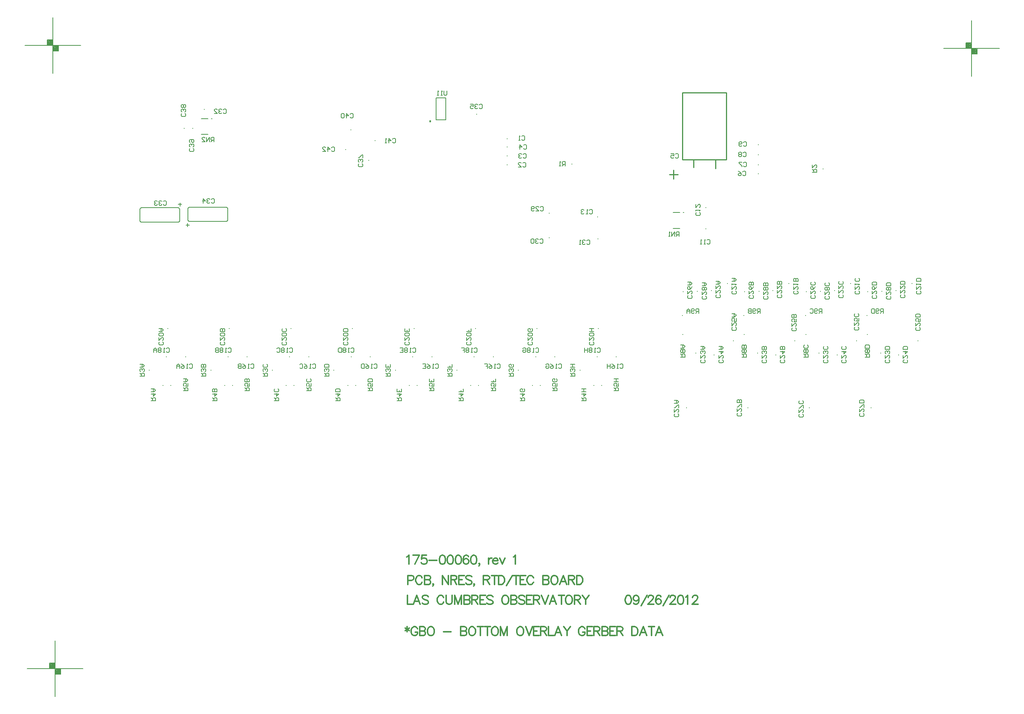
<source format=gbo>
%FSLAX23Y23*%
%MOIN*%
G70*
G01*
G75*
G04 Layer_Color=32896*
%ADD10O,0.012X0.071*%
%ADD11O,0.071X0.012*%
%ADD12R,0.012X0.065*%
%ADD13R,0.217X0.120*%
%ADD14R,0.065X0.012*%
%ADD15O,0.098X0.028*%
%ADD16R,0.280X0.100*%
%ADD17R,0.036X0.036*%
%ADD18O,0.014X0.067*%
%ADD19R,0.264X0.383*%
%ADD20R,0.264X0.030*%
%ADD21R,0.039X0.059*%
%ADD22R,0.126X0.071*%
%ADD23R,0.100X0.100*%
%ADD24R,0.050X0.050*%
%ADD25R,0.050X0.050*%
%ADD26C,0.050*%
%ADD27C,0.010*%
%ADD28C,0.025*%
%ADD29C,0.012*%
%ADD30C,0.008*%
%ADD31C,0.012*%
%ADD32C,0.012*%
%ADD33C,0.060*%
%ADD34R,0.060X0.060*%
%ADD35C,0.024*%
%ADD36C,0.070*%
%ADD37C,0.115*%
%ADD38R,0.115X0.115*%
%ADD39C,0.080*%
%ADD40C,0.079*%
%ADD41R,0.079X0.079*%
%ADD42C,0.059*%
%ADD43R,0.059X0.059*%
%ADD44C,0.050*%
%ADD45C,0.020*%
%ADD46C,0.040*%
%ADD47C,0.100*%
G04:AMPARAMS|DCode=48|XSize=90mil|YSize=90mil|CornerRadius=0mil|HoleSize=0mil|Usage=FLASHONLY|Rotation=0.000|XOffset=0mil|YOffset=0mil|HoleType=Round|Shape=Relief|Width=10mil|Gap=10mil|Entries=4|*
%AMTHD48*
7,0,0,0.090,0.070,0.010,45*
%
%ADD48THD48*%
G04:AMPARAMS|DCode=49|XSize=100mil|YSize=100mil|CornerRadius=0mil|HoleSize=0mil|Usage=FLASHONLY|Rotation=0.000|XOffset=0mil|YOffset=0mil|HoleType=Round|Shape=Relief|Width=10mil|Gap=10mil|Entries=4|*
%AMTHD49*
7,0,0,0.100,0.080,0.010,45*
%
%ADD49THD49*%
G04:AMPARAMS|DCode=50|XSize=138mil|YSize=138mil|CornerRadius=0mil|HoleSize=0mil|Usage=FLASHONLY|Rotation=0.000|XOffset=0mil|YOffset=0mil|HoleType=Round|Shape=Relief|Width=10mil|Gap=10mil|Entries=4|*
%AMTHD50*
7,0,0,0.138,0.118,0.010,45*
%
%ADD50THD50*%
%ADD51C,0.118*%
G04:AMPARAMS|DCode=52|XSize=112mil|YSize=112mil|CornerRadius=0mil|HoleSize=0mil|Usage=FLASHONLY|Rotation=0.000|XOffset=0mil|YOffset=0mil|HoleType=Round|Shape=Relief|Width=10mil|Gap=10mil|Entries=4|*
%AMTHD52*
7,0,0,0.112,0.092,0.010,45*
%
%ADD52THD52*%
%ADD53C,0.079*%
%ADD54C,0.075*%
%ADD55C,0.087*%
G04:AMPARAMS|DCode=56|XSize=107.244mil|YSize=107.244mil|CornerRadius=0mil|HoleSize=0mil|Usage=FLASHONLY|Rotation=0.000|XOffset=0mil|YOffset=0mil|HoleType=Round|Shape=Relief|Width=10mil|Gap=10mil|Entries=4|*
%AMTHD56*
7,0,0,0.107,0.087,0.010,45*
%
%ADD56THD56*%
%ADD57C,0.092*%
G04:AMPARAMS|DCode=58|XSize=88mil|YSize=88mil|CornerRadius=0mil|HoleSize=0mil|Usage=FLASHONLY|Rotation=0.000|XOffset=0mil|YOffset=0mil|HoleType=Round|Shape=Relief|Width=10mil|Gap=10mil|Entries=4|*
%AMTHD58*
7,0,0,0.088,0.068,0.010,45*
%
%ADD58THD58*%
G04:AMPARAMS|DCode=59|XSize=70mil|YSize=70mil|CornerRadius=0mil|HoleSize=0mil|Usage=FLASHONLY|Rotation=0.000|XOffset=0mil|YOffset=0mil|HoleType=Round|Shape=Relief|Width=10mil|Gap=10mil|Entries=4|*
%AMTHD59*
7,0,0,0.070,0.050,0.010,45*
%
%ADD59THD59*%
%ADD60C,0.068*%
%ADD61C,0.020*%
%ADD62C,0.054*%
G04:AMPARAMS|DCode=63|XSize=95.433mil|YSize=95.433mil|CornerRadius=0mil|HoleSize=0mil|Usage=FLASHONLY|Rotation=0.000|XOffset=0mil|YOffset=0mil|HoleType=Round|Shape=Relief|Width=10mil|Gap=10mil|Entries=4|*
%AMTHD63*
7,0,0,0.095,0.075,0.010,45*
%
%ADD63THD63*%
%ADD64O,0.079X0.024*%
%ADD65R,0.045X0.017*%
%ADD66C,0.006*%
%ADD67C,0.010*%
%ADD68C,0.024*%
%ADD69C,0.008*%
%ADD70C,0.010*%
%ADD71C,0.005*%
%ADD72C,0.007*%
%ADD73C,0.007*%
%ADD74C,0.020*%
%ADD75R,0.222X0.128*%
%ADD76R,0.252X0.371*%
%ADD77R,0.252X0.018*%
%ADD78O,0.020X0.079*%
%ADD79O,0.079X0.020*%
%ADD80R,0.020X0.073*%
%ADD81R,0.225X0.128*%
%ADD82R,0.073X0.020*%
%ADD83O,0.106X0.036*%
%ADD84R,0.288X0.108*%
%ADD85R,0.044X0.044*%
%ADD86O,0.022X0.075*%
%ADD87R,0.257X0.376*%
%ADD88R,0.257X0.023*%
%ADD89R,0.047X0.067*%
%ADD90R,0.134X0.079*%
%ADD91R,0.108X0.108*%
%ADD92R,0.058X0.058*%
%ADD93R,0.058X0.058*%
%ADD94R,0.068X0.068*%
%ADD95C,0.032*%
%ADD96C,0.078*%
%ADD97C,0.123*%
%ADD98R,0.123X0.123*%
%ADD99C,0.088*%
%ADD100C,0.072*%
%ADD101R,0.072X0.072*%
%ADD102C,0.067*%
%ADD103R,0.067X0.067*%
%ADD104R,0.087X0.087*%
%ADD105C,0.087*%
%ADD106C,0.058*%
%ADD107C,0.028*%
%ADD108R,1.344X0.312*%
%ADD109O,0.087X0.032*%
%ADD110R,0.053X0.025*%
D27*
X15944Y12809D02*
X15984D01*
X15944Y12770D02*
Y12809D01*
X15905D02*
X15944D01*
Y12849D01*
X16122Y12872D02*
Y12943D01*
X16319Y12864D02*
Y12943D01*
X16024Y12943D02*
X16417D01*
Y13543D01*
X16024D02*
X16417D01*
X16024Y12943D02*
Y13543D01*
D29*
X13557Y8758D02*
Y8712D01*
X13538Y8747D02*
X13576Y8724D01*
Y8747D02*
X13538Y8724D01*
X13650Y8739D02*
X13646Y8747D01*
X13638Y8754D01*
X13631Y8758D01*
X13615D01*
X13608Y8754D01*
X13600Y8747D01*
X13596Y8739D01*
X13592Y8728D01*
Y8708D01*
X13596Y8697D01*
X13600Y8689D01*
X13608Y8682D01*
X13615Y8678D01*
X13631D01*
X13638Y8682D01*
X13646Y8689D01*
X13650Y8697D01*
Y8708D01*
X13631D02*
X13650D01*
X13668Y8758D02*
Y8678D01*
Y8758D02*
X13702D01*
X13714Y8754D01*
X13717Y8750D01*
X13721Y8743D01*
Y8735D01*
X13717Y8728D01*
X13714Y8724D01*
X13702Y8720D01*
X13668D02*
X13702D01*
X13714Y8716D01*
X13717Y8712D01*
X13721Y8705D01*
Y8693D01*
X13717Y8686D01*
X13714Y8682D01*
X13702Y8678D01*
X13668D01*
X13762Y8758D02*
X13754Y8754D01*
X13747Y8747D01*
X13743Y8739D01*
X13739Y8728D01*
Y8708D01*
X13743Y8697D01*
X13747Y8689D01*
X13754Y8682D01*
X13762Y8678D01*
X13777D01*
X13785Y8682D01*
X13792Y8689D01*
X13796Y8697D01*
X13800Y8708D01*
Y8728D01*
X13796Y8739D01*
X13792Y8747D01*
X13785Y8754D01*
X13777Y8758D01*
X13762D01*
X13882Y8712D02*
X13950D01*
X14037Y8758D02*
Y8678D01*
Y8758D02*
X14071D01*
X14082Y8754D01*
X14086Y8750D01*
X14090Y8743D01*
Y8735D01*
X14086Y8728D01*
X14082Y8724D01*
X14071Y8720D01*
X14037D02*
X14071D01*
X14082Y8716D01*
X14086Y8712D01*
X14090Y8705D01*
Y8693D01*
X14086Y8686D01*
X14082Y8682D01*
X14071Y8678D01*
X14037D01*
X14131Y8758D02*
X14123Y8754D01*
X14115Y8747D01*
X14112Y8739D01*
X14108Y8728D01*
Y8708D01*
X14112Y8697D01*
X14115Y8689D01*
X14123Y8682D01*
X14131Y8678D01*
X14146D01*
X14153Y8682D01*
X14161Y8689D01*
X14165Y8697D01*
X14169Y8708D01*
Y8728D01*
X14165Y8739D01*
X14161Y8747D01*
X14153Y8754D01*
X14146Y8758D01*
X14131D01*
X14214D02*
Y8678D01*
X14187Y8758D02*
X14241D01*
X14277D02*
Y8678D01*
X14250Y8758D02*
X14304D01*
X14336D02*
X14328Y8754D01*
X14321Y8747D01*
X14317Y8739D01*
X14313Y8728D01*
Y8708D01*
X14317Y8697D01*
X14321Y8689D01*
X14328Y8682D01*
X14336Y8678D01*
X14351D01*
X14359Y8682D01*
X14366Y8689D01*
X14370Y8697D01*
X14374Y8708D01*
Y8728D01*
X14370Y8739D01*
X14366Y8747D01*
X14359Y8754D01*
X14351Y8758D01*
X14336D01*
X14393D02*
Y8678D01*
Y8758D02*
X14423Y8678D01*
X14454Y8758D02*
X14423Y8678D01*
X14454Y8758D02*
Y8678D01*
X14562Y8758D02*
X14555Y8754D01*
X14547Y8747D01*
X14543Y8739D01*
X14539Y8728D01*
Y8708D01*
X14543Y8697D01*
X14547Y8689D01*
X14555Y8682D01*
X14562Y8678D01*
X14577D01*
X14585Y8682D01*
X14593Y8689D01*
X14596Y8697D01*
X14600Y8708D01*
Y8728D01*
X14596Y8739D01*
X14593Y8747D01*
X14585Y8754D01*
X14577Y8758D01*
X14562D01*
X14619D02*
X14649Y8678D01*
X14680Y8758D02*
X14649Y8678D01*
X14740Y8758D02*
X14690D01*
Y8678D01*
X14740D01*
X14690Y8720D02*
X14721D01*
X14753Y8758D02*
Y8678D01*
Y8758D02*
X14787D01*
X14799Y8754D01*
X14802Y8750D01*
X14806Y8743D01*
Y8735D01*
X14802Y8728D01*
X14799Y8724D01*
X14787Y8720D01*
X14753D01*
X14780D02*
X14806Y8678D01*
X14824Y8758D02*
Y8678D01*
X14870D01*
X14940D02*
X14909Y8758D01*
X14879Y8678D01*
X14890Y8705D02*
X14928D01*
X14958Y8758D02*
X14989Y8720D01*
Y8678D01*
X15019Y8758D02*
X14989Y8720D01*
X15149Y8739D02*
X15146Y8747D01*
X15138Y8754D01*
X15130Y8758D01*
X15115D01*
X15108Y8754D01*
X15100Y8747D01*
X15096Y8739D01*
X15092Y8728D01*
Y8708D01*
X15096Y8697D01*
X15100Y8689D01*
X15108Y8682D01*
X15115Y8678D01*
X15130D01*
X15138Y8682D01*
X15146Y8689D01*
X15149Y8697D01*
Y8708D01*
X15130D02*
X15149D01*
X15217Y8758D02*
X15168D01*
Y8678D01*
X15217D01*
X15168Y8720D02*
X15198D01*
X15231Y8758D02*
Y8678D01*
Y8758D02*
X15265D01*
X15276Y8754D01*
X15280Y8750D01*
X15284Y8743D01*
Y8735D01*
X15280Y8728D01*
X15276Y8724D01*
X15265Y8720D01*
X15231D01*
X15257D02*
X15284Y8678D01*
X15302Y8758D02*
Y8678D01*
Y8758D02*
X15336D01*
X15348Y8754D01*
X15351Y8750D01*
X15355Y8743D01*
Y8735D01*
X15351Y8728D01*
X15348Y8724D01*
X15336Y8720D01*
X15302D02*
X15336D01*
X15348Y8716D01*
X15351Y8712D01*
X15355Y8705D01*
Y8693D01*
X15351Y8686D01*
X15348Y8682D01*
X15336Y8678D01*
X15302D01*
X15423Y8758D02*
X15373D01*
Y8678D01*
X15423D01*
X15373Y8720D02*
X15404D01*
X15436Y8758D02*
Y8678D01*
Y8758D02*
X15470D01*
X15482Y8754D01*
X15485Y8750D01*
X15489Y8743D01*
Y8735D01*
X15485Y8728D01*
X15482Y8724D01*
X15470Y8720D01*
X15436D01*
X15463D02*
X15489Y8678D01*
X15570Y8758D02*
Y8678D01*
Y8758D02*
X15597D01*
X15608Y8754D01*
X15616Y8747D01*
X15619Y8739D01*
X15623Y8728D01*
Y8708D01*
X15619Y8697D01*
X15616Y8689D01*
X15608Y8682D01*
X15597Y8678D01*
X15570D01*
X15702D02*
X15672Y8758D01*
X15641Y8678D01*
X15653Y8705D02*
X15691D01*
X15747Y8758D02*
Y8678D01*
X15721Y8758D02*
X15774D01*
X15845Y8678D02*
X15814Y8758D01*
X15784Y8678D01*
X15795Y8705D02*
X15833D01*
D30*
X11177Y12511D02*
X11167Y12507D01*
X11163Y12497D01*
Y12397D02*
X11167Y12387D01*
X11177Y12383D01*
X11507D02*
X11517Y12387D01*
X11521Y12397D01*
Y12497D02*
X11517Y12507D01*
X11507Y12511D01*
X11936Y12388D02*
X11946Y12392D01*
X11950Y12402D01*
Y12502D02*
X11946Y12512D01*
X11936Y12516D01*
X11606D02*
X11596Y12512D01*
X11592Y12502D01*
Y12402D02*
X11596Y12392D01*
X11606Y12388D01*
X11163Y12397D02*
Y12497D01*
X11521Y12397D02*
Y12497D01*
X11177Y12511D02*
X11507D01*
X11177Y12383D02*
X11507D01*
X11950Y12402D02*
Y12502D01*
X11592Y12402D02*
Y12502D01*
X11606Y12388D02*
X11936D01*
X11606Y12516D02*
X11936D01*
X13912Y13560D02*
Y13527D01*
X13905Y13520D01*
X13892D01*
X13885Y13527D01*
Y13560D01*
X13872Y13520D02*
X13858D01*
X13865D01*
Y13560D01*
X13872Y13554D01*
X13838Y13520D02*
X13825D01*
X13832D01*
Y13560D01*
X13838Y13554D01*
X11804Y12586D02*
X11811Y12592D01*
X11824D01*
X11831Y12586D01*
Y12559D01*
X11824Y12552D01*
X11811D01*
X11804Y12559D01*
X11791Y12586D02*
X11784Y12592D01*
X11771D01*
X11764Y12586D01*
Y12579D01*
X11771Y12572D01*
X11777D01*
X11771D01*
X11764Y12566D01*
Y12559D01*
X11771Y12552D01*
X11784D01*
X11791Y12559D01*
X11731Y12552D02*
Y12592D01*
X11751Y12572D01*
X11724D01*
X17823Y11567D02*
Y11607D01*
X17803D01*
X17797Y11601D01*
Y11587D01*
X17803Y11581D01*
X17823D01*
X17810D02*
X17797Y11567D01*
X17783Y11574D02*
X17777Y11567D01*
X17763D01*
X17757Y11574D01*
Y11601D01*
X17763Y11607D01*
X17777D01*
X17783Y11601D01*
Y11594D01*
X17777Y11587D01*
X17757D01*
X17743Y11607D02*
Y11567D01*
X17723D01*
X17717Y11574D01*
Y11601D01*
X17723Y11607D01*
X17743D01*
X11826Y13101D02*
Y13141D01*
X11806D01*
X11799Y13135D01*
Y13121D01*
X11806Y13115D01*
X11826D01*
X11812D02*
X11799Y13101D01*
X11786D02*
Y13141D01*
X11759Y13101D01*
Y13141D01*
X11719Y13101D02*
X11746D01*
X11719Y13128D01*
Y13135D01*
X11726Y13141D01*
X11739D01*
X11746Y13135D01*
X12878Y13049D02*
X12885Y13055D01*
X12898D01*
X12905Y13049D01*
Y13022D01*
X12898Y13015D01*
X12885D01*
X12878Y13022D01*
X12845Y13015D02*
Y13055D01*
X12865Y13035D01*
X12838D01*
X12798Y13015D02*
X12825D01*
X12798Y13042D01*
Y13049D01*
X12805Y13055D01*
X12818D01*
X12825Y13049D01*
X13427Y13125D02*
X13434Y13131D01*
X13447D01*
X13454Y13125D01*
Y13098D01*
X13447Y13091D01*
X13434D01*
X13427Y13098D01*
X13394Y13091D02*
Y13131D01*
X13414Y13111D01*
X13387D01*
X13374Y13091D02*
X13360D01*
X13367D01*
Y13131D01*
X13374Y13125D01*
X13046Y13348D02*
X13052Y13355D01*
X13066D01*
X13072Y13348D01*
Y13321D01*
X13066Y13315D01*
X13052D01*
X13046Y13321D01*
X13012Y13315D02*
Y13355D01*
X13032Y13335D01*
X13006D01*
X12992Y13348D02*
X12986Y13355D01*
X12972D01*
X12966Y13348D01*
Y13321D01*
X12972Y13315D01*
X12986D01*
X12992Y13321D01*
Y13348D01*
X11640Y13044D02*
X11647Y13037D01*
Y13024D01*
X11640Y13017D01*
X11613D01*
X11607Y13024D01*
Y13037D01*
X11613Y13044D01*
X11640Y13057D02*
X11647Y13064D01*
Y13077D01*
X11640Y13084D01*
X11633D01*
X11627Y13077D01*
Y13071D01*
Y13077D01*
X11620Y13084D01*
X11613D01*
X11607Y13077D01*
Y13064D01*
X11613Y13057D01*
Y13097D02*
X11607Y13104D01*
Y13117D01*
X11613Y13124D01*
X11640D01*
X11647Y13117D01*
Y13104D01*
X11640Y13097D01*
X11633D01*
X11627Y13104D01*
Y13124D01*
X11566Y13356D02*
X11573Y13349D01*
Y13336D01*
X11566Y13329D01*
X11539D01*
X11533Y13336D01*
Y13349D01*
X11539Y13356D01*
X11566Y13369D02*
X11573Y13376D01*
Y13389D01*
X11566Y13396D01*
X11559D01*
X11553Y13389D01*
Y13383D01*
Y13389D01*
X11546Y13396D01*
X11539D01*
X11533Y13389D01*
Y13376D01*
X11539Y13369D01*
X11566Y13409D02*
X11573Y13416D01*
Y13429D01*
X11566Y13436D01*
X11559D01*
X11553Y13429D01*
X11546Y13436D01*
X11539D01*
X11533Y13429D01*
Y13416D01*
X11539Y13409D01*
X11546D01*
X11553Y13416D01*
X11559Y13409D01*
X11566D01*
X11553Y13416D02*
Y13429D01*
X13152Y12906D02*
X13159Y12899D01*
Y12886D01*
X13152Y12879D01*
X13125D01*
X13119Y12886D01*
Y12899D01*
X13125Y12906D01*
X13152Y12919D02*
X13159Y12926D01*
Y12939D01*
X13152Y12946D01*
X13145D01*
X13139Y12939D01*
Y12933D01*
Y12939D01*
X13132Y12946D01*
X13125D01*
X13119Y12939D01*
Y12926D01*
X13125Y12919D01*
X13159Y12959D02*
Y12986D01*
X13152D01*
X13125Y12959D01*
X13119D01*
X14204Y13433D02*
X14211Y13439D01*
X14224D01*
X14231Y13433D01*
Y13406D01*
X14224Y13399D01*
X14211D01*
X14204Y13406D01*
X14191Y13433D02*
X14184Y13439D01*
X14171D01*
X14164Y13433D01*
Y13426D01*
X14171Y13419D01*
X14177D01*
X14171D01*
X14164Y13413D01*
Y13406D01*
X14171Y13399D01*
X14184D01*
X14191Y13406D01*
X14124Y13439D02*
X14151D01*
Y13419D01*
X14137Y13426D01*
X14131D01*
X14124Y13419D01*
Y13406D01*
X14131Y13399D01*
X14144D01*
X14151Y13406D01*
X14584Y13151D02*
X14591Y13157D01*
X14604D01*
X14611Y13151D01*
Y13124D01*
X14604Y13117D01*
X14591D01*
X14584Y13124D01*
X14571Y13117D02*
X14557D01*
X14564D01*
Y13157D01*
X14571Y13151D01*
X14594Y12911D02*
X14601Y12917D01*
X14614D01*
X14621Y12911D01*
Y12884D01*
X14614Y12877D01*
X14601D01*
X14594Y12884D01*
X14554Y12877D02*
X14581D01*
X14554Y12904D01*
Y12911D01*
X14561Y12917D01*
X14574D01*
X14581Y12911D01*
X14596Y12989D02*
X14603Y12995D01*
X14616D01*
X14623Y12989D01*
Y12962D01*
X14616Y12955D01*
X14603D01*
X14596Y12962D01*
X14583Y12989D02*
X14576Y12995D01*
X14563D01*
X14556Y12989D01*
Y12982D01*
X14563Y12975D01*
X14569D01*
X14563D01*
X14556Y12969D01*
Y12962D01*
X14563Y12955D01*
X14576D01*
X14583Y12962D01*
X14598Y13071D02*
X14605Y13077D01*
X14618D01*
X14625Y13071D01*
Y13044D01*
X14618Y13037D01*
X14605D01*
X14598Y13044D01*
X14565Y13037D02*
Y13077D01*
X14585Y13057D01*
X14558D01*
X15959Y12991D02*
X15966Y12997D01*
X15979D01*
X15986Y12991D01*
Y12964D01*
X15979Y12957D01*
X15966D01*
X15959Y12964D01*
X15919Y12997D02*
X15946D01*
Y12977D01*
X15932Y12984D01*
X15926D01*
X15919Y12977D01*
Y12964D01*
X15926Y12957D01*
X15939D01*
X15946Y12964D01*
X16563Y12833D02*
X16570Y12839D01*
X16583D01*
X16590Y12833D01*
Y12806D01*
X16583Y12799D01*
X16570D01*
X16563Y12806D01*
X16523Y12839D02*
X16536Y12833D01*
X16550Y12819D01*
Y12806D01*
X16543Y12799D01*
X16530D01*
X16523Y12806D01*
Y12813D01*
X16530Y12819D01*
X16550D01*
X16569Y12913D02*
X16576Y12919D01*
X16589D01*
X16596Y12913D01*
Y12886D01*
X16589Y12879D01*
X16576D01*
X16569Y12886D01*
X16556Y12919D02*
X16529D01*
Y12913D01*
X16556Y12886D01*
Y12879D01*
X16565Y13004D02*
X16572Y13010D01*
X16585D01*
X16592Y13004D01*
Y12977D01*
X16585Y12970D01*
X16572D01*
X16565Y12977D01*
X16552Y13004D02*
X16545Y13010D01*
X16532D01*
X16525Y13004D01*
Y12997D01*
X16532Y12990D01*
X16525Y12984D01*
Y12977D01*
X16532Y12970D01*
X16545D01*
X16552Y12977D01*
Y12984D01*
X16545Y12990D01*
X16552Y12997D01*
Y13004D01*
X16545Y12990D02*
X16532D01*
X16569Y13096D02*
X16576Y13102D01*
X16589D01*
X16596Y13096D01*
Y13069D01*
X16589Y13062D01*
X16576D01*
X16569Y13069D01*
X16556D02*
X16549Y13062D01*
X16536D01*
X16529Y13069D01*
Y13096D01*
X16536Y13102D01*
X16549D01*
X16556Y13096D01*
Y13089D01*
X16549Y13082D01*
X16529D01*
X16242Y12221D02*
X16249Y12227D01*
X16262D01*
X16269Y12221D01*
Y12194D01*
X16262Y12187D01*
X16249D01*
X16242Y12194D01*
X16229Y12187D02*
X16215D01*
X16222D01*
Y12227D01*
X16229Y12221D01*
X16195Y12187D02*
X16182D01*
X16189D01*
Y12227D01*
X16195Y12221D01*
X16175Y12468D02*
X16182Y12461D01*
Y12448D01*
X16175Y12441D01*
X16148D01*
X16142Y12448D01*
Y12461D01*
X16148Y12468D01*
X16142Y12481D02*
Y12494D01*
Y12488D01*
X16182D01*
X16175Y12481D01*
X16142Y12541D02*
Y12514D01*
X16168Y12541D01*
X16175D01*
X16182Y12534D01*
Y12521D01*
X16175Y12514D01*
X15188Y12490D02*
X15195Y12496D01*
X15208D01*
X15215Y12490D01*
Y12463D01*
X15208Y12456D01*
X15195D01*
X15188Y12463D01*
X15175Y12456D02*
X15161D01*
X15168D01*
Y12496D01*
X15175Y12490D01*
X15141D02*
X15135Y12496D01*
X15121D01*
X15115Y12490D01*
Y12483D01*
X15121Y12476D01*
X15128D01*
X15121D01*
X15115Y12470D01*
Y12463D01*
X15121Y12456D01*
X15135D01*
X15141Y12463D01*
X11606Y11105D02*
X11612Y11111D01*
X11626D01*
X11632Y11105D01*
Y11078D01*
X11626Y11071D01*
X11612D01*
X11606Y11078D01*
X11592Y11071D02*
X11579D01*
X11586D01*
Y11111D01*
X11592Y11105D01*
X11532Y11111D02*
X11546Y11105D01*
X11559Y11091D01*
Y11078D01*
X11552Y11071D01*
X11539D01*
X11532Y11078D01*
Y11085D01*
X11539Y11091D01*
X11559D01*
X11519Y11071D02*
Y11098D01*
X11506Y11111D01*
X11492Y11098D01*
Y11071D01*
Y11091D01*
X11519D01*
X12157Y11105D02*
X12164Y11111D01*
X12177D01*
X12184Y11105D01*
Y11078D01*
X12177Y11071D01*
X12164D01*
X12157Y11078D01*
X12144Y11071D02*
X12130D01*
X12137D01*
Y11111D01*
X12144Y11105D01*
X12084Y11111D02*
X12097Y11105D01*
X12110Y11091D01*
Y11078D01*
X12104Y11071D01*
X12090D01*
X12084Y11078D01*
Y11085D01*
X12090Y11091D01*
X12110D01*
X12070Y11111D02*
Y11071D01*
X12050D01*
X12044Y11078D01*
Y11085D01*
X12050Y11091D01*
X12070D01*
X12050D01*
X12044Y11098D01*
Y11105D01*
X12050Y11111D01*
X12070D01*
X12708Y11105D02*
X12715Y11111D01*
X12728D01*
X12735Y11105D01*
Y11078D01*
X12728Y11071D01*
X12715D01*
X12708Y11078D01*
X12695Y11071D02*
X12681D01*
X12688D01*
Y11111D01*
X12695Y11105D01*
X12635Y11111D02*
X12648Y11105D01*
X12661Y11091D01*
Y11078D01*
X12655Y11071D01*
X12641D01*
X12635Y11078D01*
Y11085D01*
X12641Y11091D01*
X12661D01*
X12595Y11105D02*
X12601Y11111D01*
X12615D01*
X12621Y11105D01*
Y11078D01*
X12615Y11071D01*
X12601D01*
X12595Y11078D01*
X13259Y11105D02*
X13266Y11111D01*
X13279D01*
X13286Y11105D01*
Y11078D01*
X13279Y11071D01*
X13266D01*
X13259Y11078D01*
X13246Y11071D02*
X13233D01*
X13239D01*
Y11111D01*
X13246Y11105D01*
X13186Y11111D02*
X13199Y11105D01*
X13213Y11091D01*
Y11078D01*
X13206Y11071D01*
X13193D01*
X13186Y11078D01*
Y11085D01*
X13193Y11091D01*
X13213D01*
X13173Y11111D02*
Y11071D01*
X13153D01*
X13146Y11078D01*
Y11105D01*
X13153Y11111D01*
X13173D01*
X13810Y11105D02*
X13817Y11111D01*
X13830D01*
X13837Y11105D01*
Y11078D01*
X13830Y11071D01*
X13817D01*
X13810Y11078D01*
X13797Y11071D02*
X13784D01*
X13790D01*
Y11111D01*
X13797Y11105D01*
X13737Y11111D02*
X13750Y11105D01*
X13764Y11091D01*
Y11078D01*
X13757Y11071D01*
X13744D01*
X13737Y11078D01*
Y11085D01*
X13744Y11091D01*
X13764D01*
X13697Y11111D02*
X13724D01*
Y11071D01*
X13697D01*
X13724Y11091D02*
X13710D01*
X14362Y11105D02*
X14368Y11111D01*
X14382D01*
X14388Y11105D01*
Y11078D01*
X14382Y11071D01*
X14368D01*
X14362Y11078D01*
X14348Y11071D02*
X14335D01*
X14342D01*
Y11111D01*
X14348Y11105D01*
X14288Y11111D02*
X14302Y11105D01*
X14315Y11091D01*
Y11078D01*
X14308Y11071D01*
X14295D01*
X14288Y11078D01*
Y11085D01*
X14295Y11091D01*
X14315D01*
X14248Y11111D02*
X14275D01*
Y11091D01*
X14262D01*
X14275D01*
Y11071D01*
X14913Y11105D02*
X14919Y11111D01*
X14933D01*
X14939Y11105D01*
Y11078D01*
X14933Y11071D01*
X14919D01*
X14913Y11078D01*
X14899Y11071D02*
X14886D01*
X14893D01*
Y11111D01*
X14899Y11105D01*
X14839Y11111D02*
X14853Y11105D01*
X14866Y11091D01*
Y11078D01*
X14859Y11071D01*
X14846D01*
X14839Y11078D01*
Y11085D01*
X14846Y11091D01*
X14866D01*
X14799Y11105D02*
X14806Y11111D01*
X14819D01*
X14826Y11105D01*
Y11078D01*
X14819Y11071D01*
X14806D01*
X14799Y11078D01*
Y11091D01*
X14813D01*
X15464Y11105D02*
X15471Y11111D01*
X15484D01*
X15491Y11105D01*
Y11078D01*
X15484Y11071D01*
X15471D01*
X15464Y11078D01*
X15451Y11071D02*
X15437D01*
X15444D01*
Y11111D01*
X15451Y11105D01*
X15391Y11111D02*
X15404Y11105D01*
X15417Y11091D01*
Y11078D01*
X15411Y11071D01*
X15397D01*
X15391Y11078D01*
Y11085D01*
X15397Y11091D01*
X15417D01*
X15377Y11111D02*
Y11071D01*
Y11091D01*
X15351D01*
Y11111D01*
Y11071D01*
X11401Y11250D02*
X11407Y11256D01*
X11421D01*
X11427Y11250D01*
Y11223D01*
X11421Y11216D01*
X11407D01*
X11401Y11223D01*
X11387Y11216D02*
X11374D01*
X11381D01*
Y11256D01*
X11387Y11250D01*
X11354D02*
X11347Y11256D01*
X11334D01*
X11327Y11250D01*
Y11243D01*
X11334Y11236D01*
X11327Y11230D01*
Y11223D01*
X11334Y11216D01*
X11347D01*
X11354Y11223D01*
Y11230D01*
X11347Y11236D01*
X11354Y11243D01*
Y11250D01*
X11347Y11236D02*
X11334D01*
X11314Y11216D02*
Y11243D01*
X11301Y11256D01*
X11287Y11243D01*
Y11216D01*
Y11236D01*
X11314D01*
X11952Y11250D02*
X11959Y11256D01*
X11972D01*
X11979Y11250D01*
Y11223D01*
X11972Y11216D01*
X11959D01*
X11952Y11223D01*
X11939Y11216D02*
X11925D01*
X11932D01*
Y11256D01*
X11939Y11250D01*
X11905D02*
X11899Y11256D01*
X11885D01*
X11879Y11250D01*
Y11243D01*
X11885Y11236D01*
X11879Y11230D01*
Y11223D01*
X11885Y11216D01*
X11899D01*
X11905Y11223D01*
Y11230D01*
X11899Y11236D01*
X11905Y11243D01*
Y11250D01*
X11899Y11236D02*
X11885D01*
X11865Y11256D02*
Y11216D01*
X11845D01*
X11839Y11223D01*
Y11230D01*
X11845Y11236D01*
X11865D01*
X11845D01*
X11839Y11243D01*
Y11250D01*
X11845Y11256D01*
X11865D01*
X12503Y11250D02*
X12510Y11256D01*
X12523D01*
X12530Y11250D01*
Y11223D01*
X12523Y11216D01*
X12510D01*
X12503Y11223D01*
X12490Y11216D02*
X12476D01*
X12483D01*
Y11256D01*
X12490Y11250D01*
X12456D02*
X12450Y11256D01*
X12436D01*
X12430Y11250D01*
Y11243D01*
X12436Y11236D01*
X12430Y11230D01*
Y11223D01*
X12436Y11216D01*
X12450D01*
X12456Y11223D01*
Y11230D01*
X12450Y11236D01*
X12456Y11243D01*
Y11250D01*
X12450Y11236D02*
X12436D01*
X12390Y11250D02*
X12396Y11256D01*
X12410D01*
X12416Y11250D01*
Y11223D01*
X12410Y11216D01*
X12396D01*
X12390Y11223D01*
X13054Y11250D02*
X13061Y11256D01*
X13074D01*
X13081Y11250D01*
Y11223D01*
X13074Y11216D01*
X13061D01*
X13054Y11223D01*
X13041Y11216D02*
X13028D01*
X13034D01*
Y11256D01*
X13041Y11250D01*
X13008D02*
X13001Y11256D01*
X12988D01*
X12981Y11250D01*
Y11243D01*
X12988Y11236D01*
X12981Y11230D01*
Y11223D01*
X12988Y11216D01*
X13001D01*
X13008Y11223D01*
Y11230D01*
X13001Y11236D01*
X13008Y11243D01*
Y11250D01*
X13001Y11236D02*
X12988D01*
X12968Y11256D02*
Y11216D01*
X12948D01*
X12941Y11223D01*
Y11250D01*
X12948Y11256D01*
X12968D01*
X13605Y11250D02*
X13612Y11256D01*
X13625D01*
X13632Y11250D01*
Y11223D01*
X13625Y11216D01*
X13612D01*
X13605Y11223D01*
X13592Y11216D02*
X13579D01*
X13585D01*
Y11256D01*
X13592Y11250D01*
X13559D02*
X13552Y11256D01*
X13539D01*
X13532Y11250D01*
Y11243D01*
X13539Y11236D01*
X13532Y11230D01*
Y11223D01*
X13539Y11216D01*
X13552D01*
X13559Y11223D01*
Y11230D01*
X13552Y11236D01*
X13559Y11243D01*
Y11250D01*
X13552Y11236D02*
X13539D01*
X13492Y11256D02*
X13519D01*
Y11216D01*
X13492D01*
X13519Y11236D02*
X13505D01*
X14157Y11250D02*
X14163Y11256D01*
X14177D01*
X14183Y11250D01*
Y11223D01*
X14177Y11216D01*
X14163D01*
X14157Y11223D01*
X14143Y11216D02*
X14130D01*
X14137D01*
Y11256D01*
X14143Y11250D01*
X14110D02*
X14103Y11256D01*
X14090D01*
X14083Y11250D01*
Y11243D01*
X14090Y11236D01*
X14083Y11230D01*
Y11223D01*
X14090Y11216D01*
X14103D01*
X14110Y11223D01*
Y11230D01*
X14103Y11236D01*
X14110Y11243D01*
Y11250D01*
X14103Y11236D02*
X14090D01*
X14043Y11256D02*
X14070D01*
Y11236D01*
X14057D01*
X14070D01*
Y11216D01*
X14708Y11250D02*
X14714Y11256D01*
X14728D01*
X14734Y11250D01*
Y11223D01*
X14728Y11216D01*
X14714D01*
X14708Y11223D01*
X14694Y11216D02*
X14681D01*
X14688D01*
Y11256D01*
X14694Y11250D01*
X14661D02*
X14654Y11256D01*
X14641D01*
X14634Y11250D01*
Y11243D01*
X14641Y11236D01*
X14634Y11230D01*
Y11223D01*
X14641Y11216D01*
X14654D01*
X14661Y11223D01*
Y11230D01*
X14654Y11236D01*
X14661Y11243D01*
Y11250D01*
X14654Y11236D02*
X14641D01*
X14594Y11250D02*
X14601Y11256D01*
X14614D01*
X14621Y11250D01*
Y11223D01*
X14614Y11216D01*
X14601D01*
X14594Y11223D01*
Y11236D01*
X14608D01*
X15259Y11250D02*
X15266Y11256D01*
X15279D01*
X15286Y11250D01*
Y11223D01*
X15279Y11216D01*
X15266D01*
X15259Y11223D01*
X15246Y11216D02*
X15232D01*
X15239D01*
Y11256D01*
X15246Y11250D01*
X15212D02*
X15206Y11256D01*
X15192D01*
X15186Y11250D01*
Y11243D01*
X15192Y11236D01*
X15186Y11230D01*
Y11223D01*
X15192Y11216D01*
X15206D01*
X15212Y11223D01*
Y11230D01*
X15206Y11236D01*
X15212Y11243D01*
Y11250D01*
X15206Y11236D02*
X15192D01*
X15172Y11256D02*
Y11216D01*
Y11236D01*
X15146D01*
Y11256D01*
Y11216D01*
X11366Y11308D02*
X11372Y11301D01*
Y11288D01*
X11366Y11281D01*
X11339D01*
X11332Y11288D01*
Y11301D01*
X11339Y11308D01*
X11332Y11348D02*
Y11321D01*
X11359Y11348D01*
X11366D01*
X11372Y11341D01*
Y11328D01*
X11366Y11321D01*
Y11361D02*
X11372Y11368D01*
Y11381D01*
X11366Y11388D01*
X11339D01*
X11332Y11381D01*
Y11368D01*
X11339Y11361D01*
X11366D01*
X11332Y11401D02*
X11359D01*
X11372Y11415D01*
X11359Y11428D01*
X11332D01*
X11352D01*
Y11401D01*
X11917Y11308D02*
X11923Y11301D01*
Y11288D01*
X11917Y11281D01*
X11890D01*
X11884Y11288D01*
Y11301D01*
X11890Y11308D01*
X11884Y11348D02*
Y11321D01*
X11910Y11348D01*
X11917D01*
X11923Y11341D01*
Y11328D01*
X11917Y11321D01*
Y11361D02*
X11923Y11368D01*
Y11381D01*
X11917Y11388D01*
X11890D01*
X11884Y11381D01*
Y11368D01*
X11890Y11361D01*
X11917D01*
X11923Y11401D02*
X11884D01*
Y11421D01*
X11890Y11428D01*
X11897D01*
X11903Y11421D01*
Y11401D01*
Y11421D01*
X11910Y11428D01*
X11917D01*
X11923Y11421D01*
Y11401D01*
X12468Y11308D02*
X12475Y11301D01*
Y11288D01*
X12468Y11281D01*
X12441D01*
X12435Y11288D01*
Y11301D01*
X12441Y11308D01*
X12435Y11348D02*
Y11321D01*
X12461Y11348D01*
X12468D01*
X12475Y11341D01*
Y11328D01*
X12468Y11321D01*
Y11361D02*
X12475Y11368D01*
Y11381D01*
X12468Y11388D01*
X12441D01*
X12435Y11381D01*
Y11368D01*
X12441Y11361D01*
X12468D01*
Y11428D02*
X12475Y11421D01*
Y11408D01*
X12468Y11401D01*
X12441D01*
X12435Y11408D01*
Y11421D01*
X12441Y11428D01*
X13019Y11308D02*
X13026Y11301D01*
Y11288D01*
X13019Y11281D01*
X12993D01*
X12986Y11288D01*
Y11301D01*
X12993Y11308D01*
X12986Y11348D02*
Y11321D01*
X13013Y11348D01*
X13019D01*
X13026Y11341D01*
Y11328D01*
X13019Y11321D01*
Y11361D02*
X13026Y11368D01*
Y11381D01*
X13019Y11388D01*
X12993D01*
X12986Y11381D01*
Y11368D01*
X12993Y11361D01*
X13019D01*
X13026Y11401D02*
X12986D01*
Y11421D01*
X12993Y11428D01*
X13019D01*
X13026Y11421D01*
Y11401D01*
X13570Y11308D02*
X13577Y11301D01*
Y11288D01*
X13570Y11281D01*
X13544D01*
X13537Y11288D01*
Y11301D01*
X13544Y11308D01*
X13537Y11348D02*
Y11321D01*
X13564Y11348D01*
X13570D01*
X13577Y11341D01*
Y11328D01*
X13570Y11321D01*
Y11361D02*
X13577Y11368D01*
Y11381D01*
X13570Y11388D01*
X13544D01*
X13537Y11381D01*
Y11368D01*
X13544Y11361D01*
X13570D01*
X13577Y11428D02*
Y11401D01*
X13537D01*
Y11428D01*
X13557Y11401D02*
Y11415D01*
X14122Y11308D02*
X14128Y11301D01*
Y11288D01*
X14122Y11281D01*
X14095D01*
X14088Y11288D01*
Y11301D01*
X14095Y11308D01*
X14088Y11348D02*
Y11321D01*
X14115Y11348D01*
X14122D01*
X14128Y11341D01*
Y11328D01*
X14122Y11321D01*
Y11361D02*
X14128Y11368D01*
Y11381D01*
X14122Y11388D01*
X14095D01*
X14088Y11381D01*
Y11368D01*
X14095Y11361D01*
X14122D01*
X14128Y11428D02*
Y11401D01*
X14108D01*
Y11415D01*
Y11401D01*
X14088D01*
X14673Y11308D02*
X14679Y11301D01*
Y11288D01*
X14673Y11281D01*
X14646D01*
X14639Y11288D01*
Y11301D01*
X14646Y11308D01*
X14639Y11348D02*
Y11321D01*
X14666Y11348D01*
X14673D01*
X14679Y11341D01*
Y11328D01*
X14673Y11321D01*
Y11361D02*
X14679Y11368D01*
Y11381D01*
X14673Y11388D01*
X14646D01*
X14639Y11381D01*
Y11368D01*
X14646Y11361D01*
X14673D01*
Y11428D02*
X14679Y11421D01*
Y11408D01*
X14673Y11401D01*
X14646D01*
X14639Y11408D01*
Y11421D01*
X14646Y11428D01*
X14659D01*
Y11415D01*
X15224Y11308D02*
X15231Y11301D01*
Y11288D01*
X15224Y11281D01*
X15197D01*
X15191Y11288D01*
Y11301D01*
X15197Y11308D01*
X15191Y11348D02*
Y11321D01*
X15217Y11348D01*
X15224D01*
X15231Y11341D01*
Y11328D01*
X15224Y11321D01*
Y11361D02*
X15231Y11368D01*
Y11381D01*
X15224Y11388D01*
X15197D01*
X15191Y11381D01*
Y11368D01*
X15197Y11361D01*
X15224D01*
X15231Y11401D02*
X15191D01*
X15211D01*
Y11428D01*
X15231D01*
X15191D01*
X16500Y11767D02*
X16507Y11760D01*
Y11747D01*
X16500Y11740D01*
X16474D01*
X16467Y11747D01*
Y11760D01*
X16474Y11767D01*
X16467Y11807D02*
Y11780D01*
X16493Y11807D01*
X16500D01*
X16507Y11800D01*
Y11787D01*
X16500Y11780D01*
X16467Y11820D02*
Y11834D01*
Y11827D01*
X16507D01*
X16500Y11820D01*
X16467Y11854D02*
X16493D01*
X16507Y11867D01*
X16493Y11880D01*
X16467D01*
X16487D01*
Y11854D01*
X17051Y11767D02*
X17058Y11760D01*
Y11747D01*
X17051Y11740D01*
X17025D01*
X17018Y11747D01*
Y11760D01*
X17025Y11767D01*
X17018Y11807D02*
Y11780D01*
X17045Y11807D01*
X17051D01*
X17058Y11800D01*
Y11787D01*
X17051Y11780D01*
X17018Y11820D02*
Y11834D01*
Y11827D01*
X17058D01*
X17051Y11820D01*
X17058Y11854D02*
X17018D01*
Y11874D01*
X17025Y11880D01*
X17031D01*
X17038Y11874D01*
Y11854D01*
Y11874D01*
X17045Y11880D01*
X17051D01*
X17058Y11874D01*
Y11854D01*
X17603Y11767D02*
X17609Y11760D01*
Y11747D01*
X17603Y11740D01*
X17576D01*
X17569Y11747D01*
Y11760D01*
X17576Y11767D01*
X17569Y11807D02*
Y11780D01*
X17596Y11807D01*
X17603D01*
X17609Y11800D01*
Y11787D01*
X17603Y11780D01*
X17569Y11820D02*
Y11834D01*
Y11827D01*
X17609D01*
X17603Y11820D01*
Y11880D02*
X17609Y11874D01*
Y11860D01*
X17603Y11854D01*
X17576D01*
X17569Y11860D01*
Y11874D01*
X17576Y11880D01*
X18154Y11767D02*
X18160Y11760D01*
Y11747D01*
X18154Y11740D01*
X18127D01*
X18120Y11747D01*
Y11760D01*
X18127Y11767D01*
X18120Y11807D02*
Y11780D01*
X18147Y11807D01*
X18154D01*
X18160Y11800D01*
Y11787D01*
X18154Y11780D01*
X18120Y11820D02*
Y11834D01*
Y11827D01*
X18160D01*
X18154Y11820D01*
X18160Y11854D02*
X18120D01*
Y11874D01*
X18127Y11880D01*
X18154D01*
X18160Y11874D01*
Y11854D01*
X16355Y11733D02*
X16362Y11726D01*
Y11713D01*
X16355Y11706D01*
X16329D01*
X16322Y11713D01*
Y11726D01*
X16329Y11733D01*
X16322Y11773D02*
Y11746D01*
X16348Y11773D01*
X16355D01*
X16362Y11766D01*
Y11753D01*
X16355Y11746D01*
X16322Y11813D02*
Y11786D01*
X16348Y11813D01*
X16355D01*
X16362Y11806D01*
Y11793D01*
X16355Y11786D01*
X16322Y11826D02*
X16348D01*
X16362Y11840D01*
X16348Y11853D01*
X16322D01*
X16342D01*
Y11826D01*
X16906Y11733D02*
X16913Y11726D01*
Y11713D01*
X16906Y11706D01*
X16880D01*
X16873Y11713D01*
Y11726D01*
X16880Y11733D01*
X16873Y11773D02*
Y11746D01*
X16900Y11773D01*
X16906D01*
X16913Y11766D01*
Y11753D01*
X16906Y11746D01*
X16873Y11813D02*
Y11786D01*
X16900Y11813D01*
X16906D01*
X16913Y11806D01*
Y11793D01*
X16906Y11786D01*
X16913Y11826D02*
X16873D01*
Y11846D01*
X16880Y11853D01*
X16886D01*
X16893Y11846D01*
Y11826D01*
Y11846D01*
X16900Y11853D01*
X16906D01*
X16913Y11846D01*
Y11826D01*
X17458Y11733D02*
X17464Y11726D01*
Y11713D01*
X17458Y11706D01*
X17431D01*
X17424Y11713D01*
Y11726D01*
X17431Y11733D01*
X17424Y11773D02*
Y11746D01*
X17451Y11773D01*
X17458D01*
X17464Y11766D01*
Y11753D01*
X17458Y11746D01*
X17424Y11813D02*
Y11786D01*
X17451Y11813D01*
X17458D01*
X17464Y11806D01*
Y11793D01*
X17458Y11786D01*
Y11853D02*
X17464Y11846D01*
Y11833D01*
X17458Y11826D01*
X17431D01*
X17424Y11833D01*
Y11846D01*
X17431Y11853D01*
X18009Y11733D02*
X18015Y11726D01*
Y11713D01*
X18009Y11706D01*
X17982D01*
X17975Y11713D01*
Y11726D01*
X17982Y11733D01*
X17975Y11773D02*
Y11746D01*
X18002Y11773D01*
X18009D01*
X18015Y11766D01*
Y11753D01*
X18009Y11746D01*
X17975Y11813D02*
Y11786D01*
X18002Y11813D01*
X18009D01*
X18015Y11806D01*
Y11793D01*
X18009Y11786D01*
X18015Y11826D02*
X17975D01*
Y11846D01*
X17982Y11853D01*
X18009D01*
X18015Y11846D01*
Y11826D01*
X16218Y11149D02*
X16225Y11142D01*
Y11129D01*
X16218Y11122D01*
X16192D01*
X16185Y11129D01*
Y11142D01*
X16192Y11149D01*
X16185Y11189D02*
Y11162D01*
X16212Y11189D01*
X16218D01*
X16225Y11182D01*
Y11169D01*
X16218Y11162D01*
Y11202D02*
X16225Y11209D01*
Y11222D01*
X16218Y11229D01*
X16212D01*
X16205Y11222D01*
Y11216D01*
Y11222D01*
X16198Y11229D01*
X16192D01*
X16185Y11222D01*
Y11209D01*
X16192Y11202D01*
X16185Y11242D02*
X16212D01*
X16225Y11256D01*
X16212Y11269D01*
X16185D01*
X16205D01*
Y11242D01*
X16769Y11149D02*
X16776Y11142D01*
Y11129D01*
X16769Y11122D01*
X16743D01*
X16736Y11129D01*
Y11142D01*
X16743Y11149D01*
X16736Y11189D02*
Y11162D01*
X16763Y11189D01*
X16769D01*
X16776Y11182D01*
Y11169D01*
X16769Y11162D01*
Y11202D02*
X16776Y11209D01*
Y11222D01*
X16769Y11229D01*
X16763D01*
X16756Y11222D01*
Y11216D01*
Y11222D01*
X16749Y11229D01*
X16743D01*
X16736Y11222D01*
Y11209D01*
X16743Y11202D01*
X16776Y11242D02*
X16736D01*
Y11262D01*
X16743Y11269D01*
X16749D01*
X16756Y11262D01*
Y11242D01*
Y11262D01*
X16763Y11269D01*
X16769D01*
X16776Y11262D01*
Y11242D01*
X17321Y11149D02*
X17327Y11142D01*
Y11129D01*
X17321Y11122D01*
X17294D01*
X17287Y11129D01*
Y11142D01*
X17294Y11149D01*
X17287Y11189D02*
Y11162D01*
X17314Y11189D01*
X17321D01*
X17327Y11182D01*
Y11169D01*
X17321Y11162D01*
Y11202D02*
X17327Y11209D01*
Y11222D01*
X17321Y11229D01*
X17314D01*
X17307Y11222D01*
Y11216D01*
Y11222D01*
X17301Y11229D01*
X17294D01*
X17287Y11222D01*
Y11209D01*
X17294Y11202D01*
X17321Y11269D02*
X17327Y11262D01*
Y11249D01*
X17321Y11242D01*
X17294D01*
X17287Y11249D01*
Y11262D01*
X17294Y11269D01*
X17872Y11149D02*
X17878Y11142D01*
Y11129D01*
X17872Y11122D01*
X17845D01*
X17838Y11129D01*
Y11142D01*
X17845Y11149D01*
X17838Y11189D02*
Y11162D01*
X17865Y11189D01*
X17872D01*
X17878Y11182D01*
Y11169D01*
X17872Y11162D01*
Y11202D02*
X17878Y11209D01*
Y11222D01*
X17872Y11229D01*
X17865D01*
X17858Y11222D01*
Y11216D01*
Y11222D01*
X17852Y11229D01*
X17845D01*
X17838Y11222D01*
Y11209D01*
X17845Y11202D01*
X17878Y11242D02*
X17838D01*
Y11262D01*
X17845Y11269D01*
X17872D01*
X17878Y11262D01*
Y11242D01*
X16381Y11148D02*
X16388Y11141D01*
Y11128D01*
X16381Y11121D01*
X16355D01*
X16348Y11128D01*
Y11141D01*
X16355Y11148D01*
X16348Y11188D02*
Y11161D01*
X16375Y11188D01*
X16381D01*
X16388Y11181D01*
Y11168D01*
X16381Y11161D01*
X16348Y11221D02*
X16388D01*
X16368Y11201D01*
Y11228D01*
X16348Y11241D02*
X16375D01*
X16388Y11255D01*
X16375Y11268D01*
X16348D01*
X16368D01*
Y11241D01*
X16932Y11148D02*
X16939Y11141D01*
Y11128D01*
X16932Y11121D01*
X16906D01*
X16899Y11128D01*
Y11141D01*
X16906Y11148D01*
X16899Y11188D02*
Y11161D01*
X16926Y11188D01*
X16932D01*
X16939Y11181D01*
Y11168D01*
X16932Y11161D01*
X16899Y11221D02*
X16939D01*
X16919Y11201D01*
Y11228D01*
X16939Y11241D02*
X16899D01*
Y11261D01*
X16906Y11268D01*
X16912D01*
X16919Y11261D01*
Y11241D01*
Y11261D01*
X16926Y11268D01*
X16932D01*
X16939Y11261D01*
Y11241D01*
X17484Y11148D02*
X17490Y11141D01*
Y11128D01*
X17484Y11121D01*
X17457D01*
X17450Y11128D01*
Y11141D01*
X17457Y11148D01*
X17450Y11188D02*
Y11161D01*
X17477Y11188D01*
X17484D01*
X17490Y11181D01*
Y11168D01*
X17484Y11161D01*
X17450Y11221D02*
X17490D01*
X17470Y11201D01*
Y11228D01*
X17484Y11268D02*
X17490Y11261D01*
Y11248D01*
X17484Y11241D01*
X17457D01*
X17450Y11248D01*
Y11261D01*
X17457Y11268D01*
X18035Y11148D02*
X18041Y11141D01*
Y11128D01*
X18035Y11121D01*
X18008D01*
X18001Y11128D01*
Y11141D01*
X18008Y11148D01*
X18001Y11188D02*
Y11161D01*
X18028Y11188D01*
X18035D01*
X18041Y11181D01*
Y11168D01*
X18035Y11161D01*
X18001Y11221D02*
X18041D01*
X18021Y11201D01*
Y11228D01*
X18041Y11241D02*
X18001D01*
Y11261D01*
X18008Y11268D01*
X18035D01*
X18041Y11261D01*
Y11241D01*
X16498Y11441D02*
X16505Y11434D01*
Y11421D01*
X16498Y11414D01*
X16471D01*
X16465Y11421D01*
Y11434D01*
X16471Y11441D01*
X16465Y11481D02*
Y11454D01*
X16491Y11481D01*
X16498D01*
X16505Y11474D01*
Y11461D01*
X16498Y11454D01*
X16505Y11521D02*
Y11494D01*
X16485D01*
X16491Y11508D01*
Y11514D01*
X16485Y11521D01*
X16471D01*
X16465Y11514D01*
Y11501D01*
X16471Y11494D01*
X16465Y11534D02*
X16491D01*
X16505Y11548D01*
X16491Y11561D01*
X16465D01*
X16485D01*
Y11534D01*
X17036Y11437D02*
X17043Y11430D01*
Y11417D01*
X17036Y11410D01*
X17009D01*
X17003Y11417D01*
Y11430D01*
X17009Y11437D01*
X17003Y11477D02*
Y11450D01*
X17029Y11477D01*
X17036D01*
X17043Y11470D01*
Y11457D01*
X17036Y11450D01*
X17043Y11517D02*
Y11490D01*
X17023D01*
X17029Y11504D01*
Y11510D01*
X17023Y11517D01*
X17009D01*
X17003Y11510D01*
Y11497D01*
X17009Y11490D01*
X17043Y11530D02*
X17003D01*
Y11550D01*
X17009Y11557D01*
X17016D01*
X17023Y11550D01*
Y11530D01*
Y11550D01*
X17029Y11557D01*
X17036D01*
X17043Y11550D01*
Y11530D01*
X17597Y11443D02*
X17604Y11436D01*
Y11423D01*
X17597Y11416D01*
X17570D01*
X17564Y11423D01*
Y11436D01*
X17570Y11443D01*
X17564Y11483D02*
Y11456D01*
X17590Y11483D01*
X17597D01*
X17604Y11476D01*
Y11463D01*
X17597Y11456D01*
X17604Y11523D02*
Y11496D01*
X17584D01*
X17590Y11510D01*
Y11516D01*
X17584Y11523D01*
X17570D01*
X17564Y11516D01*
Y11503D01*
X17570Y11496D01*
X17597Y11563D02*
X17604Y11556D01*
Y11543D01*
X17597Y11536D01*
X17570D01*
X17564Y11543D01*
Y11556D01*
X17570Y11563D01*
X18146Y11439D02*
X18153Y11432D01*
Y11419D01*
X18146Y11412D01*
X18119D01*
X18113Y11419D01*
Y11432D01*
X18119Y11439D01*
X18113Y11479D02*
Y11452D01*
X18139Y11479D01*
X18146D01*
X18153Y11472D01*
Y11459D01*
X18146Y11452D01*
X18153Y11519D02*
Y11492D01*
X18133D01*
X18139Y11506D01*
Y11512D01*
X18133Y11519D01*
X18119D01*
X18113Y11512D01*
Y11499D01*
X18119Y11492D01*
X18153Y11532D02*
X18113D01*
Y11552D01*
X18119Y11559D01*
X18146D01*
X18153Y11552D01*
Y11532D01*
X16103Y11725D02*
X16110Y11718D01*
Y11705D01*
X16103Y11698D01*
X16077D01*
X16070Y11705D01*
Y11718D01*
X16077Y11725D01*
X16070Y11765D02*
Y11738D01*
X16097Y11765D01*
X16103D01*
X16110Y11758D01*
Y11745D01*
X16103Y11738D01*
X16110Y11805D02*
X16103Y11792D01*
X16090Y11778D01*
X16077D01*
X16070Y11785D01*
Y11798D01*
X16077Y11805D01*
X16083D01*
X16090Y11798D01*
Y11778D01*
X16070Y11818D02*
X16097D01*
X16110Y11832D01*
X16097Y11845D01*
X16070D01*
X16090D01*
Y11818D01*
X16654Y11725D02*
X16661Y11718D01*
Y11705D01*
X16654Y11698D01*
X16628D01*
X16621Y11705D01*
Y11718D01*
X16628Y11725D01*
X16621Y11765D02*
Y11738D01*
X16648Y11765D01*
X16654D01*
X16661Y11758D01*
Y11745D01*
X16654Y11738D01*
X16661Y11805D02*
X16654Y11792D01*
X16641Y11778D01*
X16628D01*
X16621Y11785D01*
Y11798D01*
X16628Y11805D01*
X16634D01*
X16641Y11798D01*
Y11778D01*
X16661Y11818D02*
X16621D01*
Y11838D01*
X16628Y11845D01*
X16634D01*
X16641Y11838D01*
Y11818D01*
Y11838D01*
X16648Y11845D01*
X16654D01*
X16661Y11838D01*
Y11818D01*
X17206Y11725D02*
X17212Y11718D01*
Y11705D01*
X17206Y11698D01*
X17179D01*
X17172Y11705D01*
Y11718D01*
X17179Y11725D01*
X17172Y11765D02*
Y11738D01*
X17199Y11765D01*
X17206D01*
X17212Y11758D01*
Y11745D01*
X17206Y11738D01*
X17212Y11805D02*
X17206Y11792D01*
X17192Y11778D01*
X17179D01*
X17172Y11785D01*
Y11798D01*
X17179Y11805D01*
X17186D01*
X17192Y11798D01*
Y11778D01*
X17206Y11845D02*
X17212Y11838D01*
Y11825D01*
X17206Y11818D01*
X17179D01*
X17172Y11825D01*
Y11838D01*
X17179Y11845D01*
X17757Y11725D02*
X17763Y11718D01*
Y11705D01*
X17757Y11698D01*
X17730D01*
X17723Y11705D01*
Y11718D01*
X17730Y11725D01*
X17723Y11765D02*
Y11738D01*
X17750Y11765D01*
X17757D01*
X17763Y11758D01*
Y11745D01*
X17757Y11738D01*
X17763Y11805D02*
X17757Y11792D01*
X17743Y11778D01*
X17730D01*
X17723Y11785D01*
Y11798D01*
X17730Y11805D01*
X17737D01*
X17743Y11798D01*
Y11778D01*
X17763Y11818D02*
X17723D01*
Y11838D01*
X17730Y11845D01*
X17757D01*
X17763Y11838D01*
Y11818D01*
X15982Y10666D02*
X15989Y10659D01*
Y10646D01*
X15982Y10639D01*
X15955D01*
X15949Y10646D01*
Y10659D01*
X15955Y10666D01*
X15949Y10706D02*
Y10679D01*
X15975Y10706D01*
X15982D01*
X15989Y10699D01*
Y10686D01*
X15982Y10679D01*
X15989Y10719D02*
Y10746D01*
X15982D01*
X15955Y10719D01*
X15949D01*
Y10759D02*
X15975D01*
X15989Y10773D01*
X15975Y10786D01*
X15949D01*
X15969D01*
Y10759D01*
X16547Y10674D02*
X16554Y10667D01*
Y10654D01*
X16547Y10647D01*
X16520D01*
X16514Y10654D01*
Y10667D01*
X16520Y10674D01*
X16514Y10714D02*
Y10687D01*
X16540Y10714D01*
X16547D01*
X16554Y10707D01*
Y10694D01*
X16547Y10687D01*
X16554Y10727D02*
Y10754D01*
X16547D01*
X16520Y10727D01*
X16514D01*
X16554Y10767D02*
X16514D01*
Y10787D01*
X16520Y10794D01*
X16527D01*
X16534Y10787D01*
Y10767D01*
Y10787D01*
X16540Y10794D01*
X16547D01*
X16554Y10787D01*
Y10767D01*
X17100Y10664D02*
X17107Y10657D01*
Y10644D01*
X17100Y10637D01*
X17073D01*
X17067Y10644D01*
Y10657D01*
X17073Y10664D01*
X17067Y10704D02*
Y10677D01*
X17093Y10704D01*
X17100D01*
X17107Y10697D01*
Y10684D01*
X17100Y10677D01*
X17107Y10717D02*
Y10744D01*
X17100D01*
X17073Y10717D01*
X17067D01*
X17100Y10784D02*
X17107Y10777D01*
Y10764D01*
X17100Y10757D01*
X17073D01*
X17067Y10764D01*
Y10777D01*
X17073Y10784D01*
X17644Y10670D02*
X17651Y10663D01*
Y10650D01*
X17644Y10643D01*
X17617D01*
X17611Y10650D01*
Y10663D01*
X17617Y10670D01*
X17611Y10710D02*
Y10683D01*
X17637Y10710D01*
X17644D01*
X17651Y10703D01*
Y10690D01*
X17644Y10683D01*
X17651Y10723D02*
Y10750D01*
X17644D01*
X17617Y10723D01*
X17611D01*
X17651Y10763D02*
X17611D01*
Y10783D01*
X17617Y10790D01*
X17644D01*
X17651Y10783D01*
Y10763D01*
X16231Y11719D02*
X16238Y11712D01*
Y11699D01*
X16231Y11692D01*
X16205D01*
X16198Y11699D01*
Y11712D01*
X16205Y11719D01*
X16198Y11759D02*
Y11732D01*
X16225Y11759D01*
X16231D01*
X16238Y11752D01*
Y11739D01*
X16231Y11732D01*
Y11772D02*
X16238Y11779D01*
Y11792D01*
X16231Y11799D01*
X16225D01*
X16218Y11792D01*
X16211Y11799D01*
X16205D01*
X16198Y11792D01*
Y11779D01*
X16205Y11772D01*
X16211D01*
X16218Y11779D01*
X16225Y11772D01*
X16231D01*
X16218Y11779D02*
Y11792D01*
X16198Y11812D02*
X16225D01*
X16238Y11826D01*
X16225Y11839D01*
X16198D01*
X16218D01*
Y11812D01*
X16782Y11719D02*
X16789Y11712D01*
Y11699D01*
X16782Y11692D01*
X16756D01*
X16749Y11699D01*
Y11712D01*
X16756Y11719D01*
X16749Y11759D02*
Y11732D01*
X16776Y11759D01*
X16782D01*
X16789Y11752D01*
Y11739D01*
X16782Y11732D01*
Y11772D02*
X16789Y11779D01*
Y11792D01*
X16782Y11799D01*
X16776D01*
X16769Y11792D01*
X16762Y11799D01*
X16756D01*
X16749Y11792D01*
Y11779D01*
X16756Y11772D01*
X16762D01*
X16769Y11779D01*
X16776Y11772D01*
X16782D01*
X16769Y11779D02*
Y11792D01*
X16789Y11812D02*
X16749D01*
Y11832D01*
X16756Y11839D01*
X16762D01*
X16769Y11832D01*
Y11812D01*
Y11832D01*
X16776Y11839D01*
X16782D01*
X16789Y11832D01*
Y11812D01*
X17334Y11719D02*
X17340Y11712D01*
Y11699D01*
X17334Y11692D01*
X17307D01*
X17300Y11699D01*
Y11712D01*
X17307Y11719D01*
X17300Y11759D02*
Y11732D01*
X17327Y11759D01*
X17334D01*
X17340Y11752D01*
Y11739D01*
X17334Y11732D01*
Y11772D02*
X17340Y11779D01*
Y11792D01*
X17334Y11799D01*
X17327D01*
X17320Y11792D01*
X17314Y11799D01*
X17307D01*
X17300Y11792D01*
Y11779D01*
X17307Y11772D01*
X17314D01*
X17320Y11779D01*
X17327Y11772D01*
X17334D01*
X17320Y11779D02*
Y11792D01*
X17334Y11839D02*
X17340Y11832D01*
Y11819D01*
X17334Y11812D01*
X17307D01*
X17300Y11819D01*
Y11832D01*
X17307Y11839D01*
X17885Y11719D02*
X17891Y11712D01*
Y11699D01*
X17885Y11692D01*
X17858D01*
X17851Y11699D01*
Y11712D01*
X17858Y11719D01*
X17851Y11759D02*
Y11732D01*
X17878Y11759D01*
X17885D01*
X17891Y11752D01*
Y11739D01*
X17885Y11732D01*
Y11772D02*
X17891Y11779D01*
Y11792D01*
X17885Y11799D01*
X17878D01*
X17871Y11792D01*
X17865Y11799D01*
X17858D01*
X17851Y11792D01*
Y11779D01*
X17858Y11772D01*
X17865D01*
X17871Y11779D01*
X17878Y11772D01*
X17885D01*
X17871Y11779D02*
Y11792D01*
X17891Y11812D02*
X17851D01*
Y11832D01*
X17858Y11839D01*
X17885D01*
X17891Y11832D01*
Y11812D01*
X14748Y12516D02*
X14755Y12522D01*
X14768D01*
X14775Y12516D01*
Y12489D01*
X14768Y12482D01*
X14755D01*
X14748Y12489D01*
X14708Y12482D02*
X14735D01*
X14708Y12509D01*
Y12516D01*
X14715Y12522D01*
X14728D01*
X14735Y12516D01*
X14695Y12489D02*
X14688Y12482D01*
X14675D01*
X14668Y12489D01*
Y12516D01*
X14675Y12522D01*
X14688D01*
X14695Y12516D01*
Y12509D01*
X14688Y12502D01*
X14668D01*
X14746Y12225D02*
X14753Y12231D01*
X14766D01*
X14773Y12225D01*
Y12198D01*
X14766Y12191D01*
X14753D01*
X14746Y12198D01*
X14733Y12225D02*
X14726Y12231D01*
X14713D01*
X14706Y12225D01*
Y12218D01*
X14713Y12211D01*
X14719D01*
X14713D01*
X14706Y12205D01*
Y12198D01*
X14713Y12191D01*
X14726D01*
X14733Y12198D01*
X14693Y12225D02*
X14686Y12231D01*
X14673D01*
X14666Y12225D01*
Y12198D01*
X14673Y12191D01*
X14686D01*
X14693Y12198D01*
Y12225D01*
X15165Y12216D02*
X15172Y12222D01*
X15185D01*
X15192Y12216D01*
Y12189D01*
X15185Y12182D01*
X15172D01*
X15165Y12189D01*
X15152Y12216D02*
X15145Y12222D01*
X15132D01*
X15125Y12216D01*
Y12209D01*
X15132Y12202D01*
X15138D01*
X15132D01*
X15125Y12196D01*
Y12189D01*
X15132Y12182D01*
X15145D01*
X15152Y12189D01*
X15112Y12182D02*
X15098D01*
X15105D01*
Y12222D01*
X15112Y12216D01*
X11910Y13390D02*
X11917Y13396D01*
X11930D01*
X11937Y13390D01*
Y13363D01*
X11930Y13356D01*
X11917D01*
X11910Y13363D01*
X11897Y13390D02*
X11890Y13396D01*
X11877D01*
X11870Y13390D01*
Y13383D01*
X11877Y13376D01*
X11883D01*
X11877D01*
X11870Y13370D01*
Y13363D01*
X11877Y13356D01*
X11890D01*
X11897Y13363D01*
X11830Y13356D02*
X11857D01*
X11830Y13383D01*
Y13390D01*
X11837Y13396D01*
X11850D01*
X11857Y13390D01*
X11372Y12568D02*
X11379Y12574D01*
X11392D01*
X11399Y12568D01*
Y12541D01*
X11392Y12534D01*
X11379D01*
X11372Y12541D01*
X11359Y12568D02*
X11352Y12574D01*
X11339D01*
X11332Y12568D01*
Y12561D01*
X11339Y12554D01*
X11345D01*
X11339D01*
X11332Y12548D01*
Y12541D01*
X11339Y12534D01*
X11352D01*
X11359Y12541D01*
X11319Y12568D02*
X11312Y12574D01*
X11299D01*
X11292Y12568D01*
Y12561D01*
X11299Y12554D01*
X11305D01*
X11299D01*
X11292Y12548D01*
Y12541D01*
X11299Y12534D01*
X11312D01*
X11319Y12541D01*
X14973Y12885D02*
Y12925D01*
X14953D01*
X14946Y12919D01*
Y12905D01*
X14953Y12899D01*
X14973D01*
X14959D02*
X14946Y12885D01*
X14933D02*
X14919D01*
X14926D01*
Y12925D01*
X14933Y12919D01*
X17186Y12830D02*
X17226D01*
Y12850D01*
X17219Y12857D01*
X17206D01*
X17199Y12850D01*
Y12830D01*
Y12844D02*
X17186Y12857D01*
Y12897D02*
Y12870D01*
X17212Y12897D01*
X17219D01*
X17226Y12890D01*
Y12877D01*
X17219Y12870D01*
X11162Y11001D02*
X11202D01*
Y11021D01*
X11196Y11028D01*
X11182D01*
X11176Y11021D01*
Y11001D01*
Y11015D02*
X11162Y11028D01*
X11196Y11041D02*
X11202Y11048D01*
Y11061D01*
X11196Y11068D01*
X11189D01*
X11182Y11061D01*
Y11055D01*
Y11061D01*
X11176Y11068D01*
X11169D01*
X11162Y11061D01*
Y11048D01*
X11169Y11041D01*
X11162Y11081D02*
X11189D01*
X11202Y11095D01*
X11189Y11108D01*
X11162D01*
X11182D01*
Y11081D01*
X11714Y11001D02*
X11753D01*
Y11021D01*
X11747Y11028D01*
X11733D01*
X11727Y11021D01*
Y11001D01*
Y11015D02*
X11714Y11028D01*
X11747Y11041D02*
X11753Y11048D01*
Y11061D01*
X11747Y11068D01*
X11740D01*
X11733Y11061D01*
Y11055D01*
Y11061D01*
X11727Y11068D01*
X11720D01*
X11714Y11061D01*
Y11048D01*
X11720Y11041D01*
X11753Y11081D02*
X11714D01*
Y11101D01*
X11720Y11108D01*
X11727D01*
X11733Y11101D01*
Y11081D01*
Y11101D01*
X11740Y11108D01*
X11747D01*
X11753Y11101D01*
Y11081D01*
X12265Y11001D02*
X12305D01*
Y11021D01*
X12298Y11028D01*
X12285D01*
X12278Y11021D01*
Y11001D01*
Y11015D02*
X12265Y11028D01*
X12298Y11041D02*
X12305Y11048D01*
Y11061D01*
X12298Y11068D01*
X12291D01*
X12285Y11061D01*
Y11055D01*
Y11061D01*
X12278Y11068D01*
X12271D01*
X12265Y11061D01*
Y11048D01*
X12271Y11041D01*
X12298Y11108D02*
X12305Y11101D01*
Y11088D01*
X12298Y11081D01*
X12271D01*
X12265Y11088D01*
Y11101D01*
X12271Y11108D01*
X12816Y11001D02*
X12856D01*
Y11021D01*
X12849Y11028D01*
X12836D01*
X12829Y11021D01*
Y11001D01*
Y11015D02*
X12816Y11028D01*
X12849Y11041D02*
X12856Y11048D01*
Y11061D01*
X12849Y11068D01*
X12843D01*
X12836Y11061D01*
Y11055D01*
Y11061D01*
X12829Y11068D01*
X12823D01*
X12816Y11061D01*
Y11048D01*
X12823Y11041D01*
X12856Y11081D02*
X12816D01*
Y11101D01*
X12823Y11108D01*
X12849D01*
X12856Y11101D01*
Y11081D01*
X13367Y11001D02*
X13407D01*
Y11021D01*
X13400Y11028D01*
X13387D01*
X13380Y11021D01*
Y11001D01*
Y11015D02*
X13367Y11028D01*
X13400Y11041D02*
X13407Y11048D01*
Y11061D01*
X13400Y11068D01*
X13394D01*
X13387Y11061D01*
Y11055D01*
Y11061D01*
X13380Y11068D01*
X13374D01*
X13367Y11061D01*
Y11048D01*
X13374Y11041D01*
X13407Y11108D02*
Y11081D01*
X13367D01*
Y11108D01*
X13387Y11081D02*
Y11095D01*
X13918Y11001D02*
X13958D01*
Y11021D01*
X13952Y11028D01*
X13938D01*
X13932Y11021D01*
Y11001D01*
Y11015D02*
X13918Y11028D01*
X13952Y11041D02*
X13958Y11048D01*
Y11061D01*
X13952Y11068D01*
X13945D01*
X13938Y11061D01*
Y11055D01*
Y11061D01*
X13932Y11068D01*
X13925D01*
X13918Y11061D01*
Y11048D01*
X13925Y11041D01*
X13958Y11108D02*
Y11081D01*
X13938D01*
Y11095D01*
Y11081D01*
X13918D01*
X14469Y11001D02*
X14509D01*
Y11021D01*
X14503Y11028D01*
X14489D01*
X14483Y11021D01*
Y11001D01*
Y11015D02*
X14469Y11028D01*
X14503Y11041D02*
X14509Y11048D01*
Y11061D01*
X14503Y11068D01*
X14496D01*
X14489Y11061D01*
Y11055D01*
Y11061D01*
X14483Y11068D01*
X14476D01*
X14469Y11061D01*
Y11048D01*
X14476Y11041D01*
X14503Y11108D02*
X14509Y11101D01*
Y11088D01*
X14503Y11081D01*
X14476D01*
X14469Y11088D01*
Y11101D01*
X14476Y11108D01*
X14489D01*
Y11095D01*
X15021Y11001D02*
X15061D01*
Y11021D01*
X15054Y11028D01*
X15041D01*
X15034Y11021D01*
Y11001D01*
Y11015D02*
X15021Y11028D01*
X15054Y11041D02*
X15061Y11048D01*
Y11061D01*
X15054Y11068D01*
X15047D01*
X15041Y11061D01*
Y11055D01*
Y11061D01*
X15034Y11068D01*
X15027D01*
X15021Y11061D01*
Y11048D01*
X15027Y11041D01*
X15061Y11081D02*
X15021D01*
X15041D01*
Y11108D01*
X15061D01*
X15021D01*
X11262Y10781D02*
X11302D01*
Y10801D01*
X11296Y10808D01*
X11282D01*
X11276Y10801D01*
Y10781D01*
Y10795D02*
X11262Y10808D01*
Y10841D02*
X11302D01*
X11282Y10821D01*
Y10848D01*
X11262Y10861D02*
X11289D01*
X11302Y10875D01*
X11289Y10888D01*
X11262D01*
X11282D01*
Y10861D01*
X11814Y10781D02*
X11853D01*
Y10801D01*
X11847Y10808D01*
X11833D01*
X11827Y10801D01*
Y10781D01*
Y10795D02*
X11814Y10808D01*
Y10841D02*
X11853D01*
X11833Y10821D01*
Y10848D01*
X11853Y10861D02*
X11814D01*
Y10881D01*
X11820Y10888D01*
X11827D01*
X11833Y10881D01*
Y10861D01*
Y10881D01*
X11840Y10888D01*
X11847D01*
X11853Y10881D01*
Y10861D01*
X12365Y10781D02*
X12405D01*
Y10801D01*
X12398Y10808D01*
X12385D01*
X12378Y10801D01*
Y10781D01*
Y10795D02*
X12365Y10808D01*
Y10841D02*
X12405D01*
X12385Y10821D01*
Y10848D01*
X12398Y10888D02*
X12405Y10881D01*
Y10868D01*
X12398Y10861D01*
X12371D01*
X12365Y10868D01*
Y10881D01*
X12371Y10888D01*
X12916Y10781D02*
X12956D01*
Y10801D01*
X12949Y10808D01*
X12936D01*
X12929Y10801D01*
Y10781D01*
Y10795D02*
X12916Y10808D01*
Y10841D02*
X12956D01*
X12936Y10821D01*
Y10848D01*
X12956Y10861D02*
X12916D01*
Y10881D01*
X12923Y10888D01*
X12949D01*
X12956Y10881D01*
Y10861D01*
X13467Y10781D02*
X13507D01*
Y10801D01*
X13500Y10808D01*
X13487D01*
X13480Y10801D01*
Y10781D01*
Y10795D02*
X13467Y10808D01*
Y10841D02*
X13507D01*
X13487Y10821D01*
Y10848D01*
X13507Y10888D02*
Y10861D01*
X13467D01*
Y10888D01*
X13487Y10861D02*
Y10875D01*
X14018Y10781D02*
X14058D01*
Y10801D01*
X14052Y10808D01*
X14038D01*
X14032Y10801D01*
Y10781D01*
Y10795D02*
X14018Y10808D01*
Y10841D02*
X14058D01*
X14038Y10821D01*
Y10848D01*
X14058Y10888D02*
Y10861D01*
X14038D01*
Y10875D01*
Y10861D01*
X14018D01*
X14569Y10781D02*
X14609D01*
Y10801D01*
X14603Y10808D01*
X14589D01*
X14583Y10801D01*
Y10781D01*
Y10795D02*
X14569Y10808D01*
Y10841D02*
X14609D01*
X14589Y10821D01*
Y10848D01*
X14603Y10888D02*
X14609Y10881D01*
Y10868D01*
X14603Y10861D01*
X14576D01*
X14569Y10868D01*
Y10881D01*
X14576Y10888D01*
X14589D01*
Y10875D01*
X15121Y10781D02*
X15161D01*
Y10801D01*
X15154Y10808D01*
X15141D01*
X15134Y10801D01*
Y10781D01*
Y10795D02*
X15121Y10808D01*
Y10841D02*
X15161D01*
X15141Y10821D01*
Y10848D01*
X15161Y10861D02*
X15121D01*
X15141D01*
Y10888D01*
X15161D01*
X15121D01*
X11552Y10871D02*
X11592D01*
Y10891D01*
X11586Y10898D01*
X11572D01*
X11566Y10891D01*
Y10871D01*
Y10885D02*
X11552Y10898D01*
X11592Y10938D02*
Y10911D01*
X11572D01*
X11579Y10925D01*
Y10931D01*
X11572Y10938D01*
X11559D01*
X11552Y10931D01*
Y10918D01*
X11559Y10911D01*
X11552Y10951D02*
X11579D01*
X11592Y10965D01*
X11579Y10978D01*
X11552D01*
X11572D01*
Y10951D01*
X12104Y10871D02*
X12143D01*
Y10891D01*
X12137Y10898D01*
X12123D01*
X12117Y10891D01*
Y10871D01*
Y10885D02*
X12104Y10898D01*
X12143Y10938D02*
Y10911D01*
X12123D01*
X12130Y10925D01*
Y10931D01*
X12123Y10938D01*
X12110D01*
X12104Y10931D01*
Y10918D01*
X12110Y10911D01*
X12143Y10951D02*
X12104D01*
Y10971D01*
X12110Y10978D01*
X12117D01*
X12123Y10971D01*
Y10951D01*
Y10971D01*
X12130Y10978D01*
X12137D01*
X12143Y10971D01*
Y10951D01*
X12655Y10871D02*
X12695D01*
Y10891D01*
X12688Y10898D01*
X12675D01*
X12668Y10891D01*
Y10871D01*
Y10885D02*
X12655Y10898D01*
X12695Y10938D02*
Y10911D01*
X12675D01*
X12681Y10925D01*
Y10931D01*
X12675Y10938D01*
X12661D01*
X12655Y10931D01*
Y10918D01*
X12661Y10911D01*
X12688Y10978D02*
X12695Y10971D01*
Y10958D01*
X12688Y10951D01*
X12661D01*
X12655Y10958D01*
Y10971D01*
X12661Y10978D01*
X13206Y10871D02*
X13246D01*
Y10891D01*
X13239Y10898D01*
X13226D01*
X13219Y10891D01*
Y10871D01*
Y10885D02*
X13206Y10898D01*
X13246Y10938D02*
Y10911D01*
X13226D01*
X13233Y10925D01*
Y10931D01*
X13226Y10938D01*
X13213D01*
X13206Y10931D01*
Y10918D01*
X13213Y10911D01*
X13246Y10951D02*
X13206D01*
Y10971D01*
X13213Y10978D01*
X13239D01*
X13246Y10971D01*
Y10951D01*
X13757Y10871D02*
X13797D01*
Y10891D01*
X13790Y10898D01*
X13777D01*
X13770Y10891D01*
Y10871D01*
Y10885D02*
X13757Y10898D01*
X13797Y10938D02*
Y10911D01*
X13777D01*
X13784Y10925D01*
Y10931D01*
X13777Y10938D01*
X13764D01*
X13757Y10931D01*
Y10918D01*
X13764Y10911D01*
X13797Y10978D02*
Y10951D01*
X13757D01*
Y10978D01*
X13777Y10951D02*
Y10965D01*
X14308Y10871D02*
X14348D01*
Y10891D01*
X14342Y10898D01*
X14328D01*
X14322Y10891D01*
Y10871D01*
Y10885D02*
X14308Y10898D01*
X14348Y10938D02*
Y10911D01*
X14328D01*
X14335Y10925D01*
Y10931D01*
X14328Y10938D01*
X14315D01*
X14308Y10931D01*
Y10918D01*
X14315Y10911D01*
X14348Y10978D02*
Y10951D01*
X14328D01*
Y10965D01*
Y10951D01*
X14308D01*
X14859Y10871D02*
X14899D01*
Y10891D01*
X14893Y10898D01*
X14879D01*
X14873Y10891D01*
Y10871D01*
Y10885D02*
X14859Y10898D01*
X14899Y10938D02*
Y10911D01*
X14879D01*
X14886Y10925D01*
Y10931D01*
X14879Y10938D01*
X14866D01*
X14859Y10931D01*
Y10918D01*
X14866Y10911D01*
X14893Y10978D02*
X14899Y10971D01*
Y10958D01*
X14893Y10951D01*
X14866D01*
X14859Y10958D01*
Y10971D01*
X14866Y10978D01*
X14879D01*
Y10965D01*
X15411Y10871D02*
X15451D01*
Y10891D01*
X15444Y10898D01*
X15431D01*
X15424Y10891D01*
Y10871D01*
Y10885D02*
X15411Y10898D01*
X15451Y10938D02*
Y10911D01*
X15431D01*
X15437Y10925D01*
Y10931D01*
X15431Y10938D01*
X15417D01*
X15411Y10931D01*
Y10918D01*
X15417Y10911D01*
X15451Y10951D02*
X15411D01*
X15431D01*
Y10978D01*
X15451D01*
X15411D01*
X16006Y11174D02*
X16046D01*
Y11194D01*
X16039Y11201D01*
X16026D01*
X16019Y11194D01*
Y11174D01*
Y11188D02*
X16006Y11201D01*
X16039Y11214D02*
X16046Y11221D01*
Y11234D01*
X16039Y11241D01*
X16032D01*
X16026Y11234D01*
X16019Y11241D01*
X16013D01*
X16006Y11234D01*
Y11221D01*
X16013Y11214D01*
X16019D01*
X16026Y11221D01*
X16032Y11214D01*
X16039D01*
X16026Y11221D02*
Y11234D01*
X16006Y11254D02*
X16032D01*
X16046Y11268D01*
X16032Y11281D01*
X16006D01*
X16026D01*
Y11254D01*
X16557Y11174D02*
X16597D01*
Y11194D01*
X16590Y11201D01*
X16577D01*
X16570Y11194D01*
Y11174D01*
Y11188D02*
X16557Y11201D01*
X16590Y11214D02*
X16597Y11221D01*
Y11234D01*
X16590Y11241D01*
X16584D01*
X16577Y11234D01*
X16570Y11241D01*
X16564D01*
X16557Y11234D01*
Y11221D01*
X16564Y11214D01*
X16570D01*
X16577Y11221D01*
X16584Y11214D01*
X16590D01*
X16577Y11221D02*
Y11234D01*
X16597Y11254D02*
X16557D01*
Y11274D01*
X16564Y11281D01*
X16570D01*
X16577Y11274D01*
Y11254D01*
Y11274D01*
X16584Y11281D01*
X16590D01*
X16597Y11274D01*
Y11254D01*
X17108Y11174D02*
X17148D01*
Y11194D01*
X17142Y11201D01*
X17128D01*
X17122Y11194D01*
Y11174D01*
Y11188D02*
X17108Y11201D01*
X17142Y11214D02*
X17148Y11221D01*
Y11234D01*
X17142Y11241D01*
X17135D01*
X17128Y11234D01*
X17122Y11241D01*
X17115D01*
X17108Y11234D01*
Y11221D01*
X17115Y11214D01*
X17122D01*
X17128Y11221D01*
X17135Y11214D01*
X17142D01*
X17128Y11221D02*
Y11234D01*
X17142Y11281D02*
X17148Y11274D01*
Y11261D01*
X17142Y11254D01*
X17115D01*
X17108Y11261D01*
Y11274D01*
X17115Y11281D01*
X17659Y11174D02*
X17699D01*
Y11194D01*
X17693Y11201D01*
X17679D01*
X17673Y11194D01*
Y11174D01*
Y11188D02*
X17659Y11201D01*
X17693Y11214D02*
X17699Y11221D01*
Y11234D01*
X17693Y11241D01*
X17686D01*
X17679Y11234D01*
X17673Y11241D01*
X17666D01*
X17659Y11234D01*
Y11221D01*
X17666Y11214D01*
X17673D01*
X17679Y11221D01*
X17686Y11214D01*
X17693D01*
X17679Y11221D02*
Y11234D01*
X17699Y11254D02*
X17659D01*
Y11274D01*
X17666Y11281D01*
X17693D01*
X17699Y11274D01*
Y11254D01*
X16170Y11567D02*
Y11607D01*
X16150D01*
X16143Y11601D01*
Y11587D01*
X16150Y11581D01*
X16170D01*
X16157D02*
X16143Y11567D01*
X16130Y11574D02*
X16123Y11567D01*
X16110D01*
X16103Y11574D01*
Y11601D01*
X16110Y11607D01*
X16123D01*
X16130Y11601D01*
Y11594D01*
X16123Y11587D01*
X16103D01*
X16090Y11567D02*
Y11594D01*
X16077Y11607D01*
X16063Y11594D01*
Y11567D01*
Y11587D01*
X16090D01*
X16721Y11567D02*
Y11607D01*
X16701D01*
X16694Y11601D01*
Y11587D01*
X16701Y11581D01*
X16721D01*
X16708D02*
X16694Y11567D01*
X16681Y11574D02*
X16674Y11567D01*
X16661D01*
X16654Y11574D01*
Y11601D01*
X16661Y11607D01*
X16674D01*
X16681Y11601D01*
Y11594D01*
X16674Y11587D01*
X16654D01*
X16641Y11607D02*
Y11567D01*
X16621D01*
X16614Y11574D01*
Y11581D01*
X16621Y11587D01*
X16641D01*
X16621D01*
X16614Y11594D01*
Y11601D01*
X16621Y11607D01*
X16641D01*
X17272Y11567D02*
Y11607D01*
X17252D01*
X17246Y11601D01*
Y11587D01*
X17252Y11581D01*
X17272D01*
X17259D02*
X17246Y11567D01*
X17232Y11574D02*
X17226Y11567D01*
X17212D01*
X17206Y11574D01*
Y11601D01*
X17212Y11607D01*
X17226D01*
X17232Y11601D01*
Y11594D01*
X17226Y11587D01*
X17206D01*
X17166Y11601D02*
X17172Y11607D01*
X17186D01*
X17192Y11601D01*
Y11574D01*
X17186Y11567D01*
X17172D01*
X17166Y11574D01*
X15994Y12256D02*
Y12296D01*
X15974D01*
X15967Y12290D01*
Y12276D01*
X15974Y12270D01*
X15994D01*
X15980D02*
X15967Y12256D01*
X15954D02*
Y12296D01*
X15927Y12256D01*
Y12296D01*
X15914Y12256D02*
X15900D01*
X15907D01*
Y12296D01*
X15914Y12290D01*
X10153Y8382D02*
X10653D01*
X10403Y8132D02*
Y8632D01*
X10453Y8332D02*
Y8382D01*
X10403Y8332D02*
X10453D01*
X10353Y8382D02*
Y8432D01*
X10403D01*
X10358Y8387D02*
X10398D01*
X10358D02*
Y8427D01*
X10398D01*
Y8387D02*
Y8427D01*
X10363Y8392D02*
X10393D01*
X10363D02*
Y8422D01*
X10393D01*
Y8397D02*
Y8422D01*
X10368Y8397D02*
X10388D01*
X10368D02*
Y8417D01*
X10388D01*
Y8402D02*
Y8417D01*
X10373Y8402D02*
X10383D01*
X10373D02*
Y8412D01*
X10383D01*
Y8402D02*
Y8412D01*
X10373Y8407D02*
X10383D01*
X10408Y8337D02*
X10448D01*
X10408D02*
Y8377D01*
X10448D01*
Y8337D02*
Y8377D01*
X10413Y8342D02*
X10443D01*
X10413D02*
Y8372D01*
X10443D01*
Y8347D02*
Y8372D01*
X10418Y8347D02*
X10438D01*
X10418D02*
Y8367D01*
X10438D01*
Y8352D02*
Y8367D01*
X10423Y8352D02*
X10433D01*
X10423D02*
Y8362D01*
X10433D01*
Y8352D02*
Y8362D01*
X10423Y8357D02*
X10433D01*
X10132Y13966D02*
X10632D01*
X10382Y13716D02*
Y14216D01*
X10432Y13916D02*
Y13966D01*
X10382Y13916D02*
X10432D01*
X10332Y13966D02*
Y14016D01*
X10382D01*
X10337Y13971D02*
X10377D01*
X10337D02*
Y14011D01*
X10377D01*
Y13971D02*
Y14011D01*
X10342Y13976D02*
X10372D01*
X10342D02*
Y14006D01*
X10372D01*
Y13981D02*
Y14006D01*
X10347Y13981D02*
X10367D01*
X10347D02*
Y14001D01*
X10367D01*
Y13986D02*
Y14001D01*
X10352Y13986D02*
X10362D01*
X10352D02*
Y13996D01*
X10362D01*
Y13986D02*
Y13996D01*
X10352Y13991D02*
X10362D01*
X10387Y13921D02*
X10427D01*
X10387D02*
Y13961D01*
X10427D01*
Y13921D02*
Y13961D01*
X10392Y13926D02*
X10422D01*
X10392D02*
Y13956D01*
X10422D01*
Y13931D02*
Y13956D01*
X10397Y13931D02*
X10417D01*
X10397D02*
Y13951D01*
X10417D01*
Y13936D02*
Y13951D01*
X10402Y13936D02*
X10412D01*
X10402D02*
Y13946D01*
X10412D01*
Y13936D02*
Y13946D01*
X10402Y13941D02*
X10412D01*
X18362Y13938D02*
X18862D01*
X18612Y13688D02*
Y14188D01*
X18662Y13888D02*
Y13938D01*
X18612Y13888D02*
X18662D01*
X18562Y13938D02*
Y13988D01*
X18612D01*
X18567Y13943D02*
X18607D01*
X18567D02*
Y13983D01*
X18607D01*
Y13943D02*
Y13983D01*
X18572Y13948D02*
X18602D01*
X18572D02*
Y13978D01*
X18602D01*
Y13953D02*
Y13978D01*
X18577Y13953D02*
X18597D01*
X18577D02*
Y13973D01*
X18597D01*
Y13958D02*
Y13973D01*
X18582Y13958D02*
X18592D01*
X18582D02*
Y13968D01*
X18592D01*
Y13958D02*
Y13968D01*
X18582Y13963D02*
X18592D01*
X18617Y13893D02*
X18657D01*
X18617D02*
Y13933D01*
X18657D01*
Y13893D02*
Y13933D01*
X18622Y13898D02*
X18652D01*
X18622D02*
Y13928D01*
X18652D01*
Y13903D02*
Y13928D01*
X18627Y13903D02*
X18647D01*
X18627D02*
Y13923D01*
X18647D01*
Y13908D02*
Y13923D01*
X18632Y13908D02*
X18642D01*
X18632D02*
Y13918D01*
X18642D01*
Y13908D02*
Y13918D01*
X18632Y13913D02*
X18642D01*
D31*
X13563Y9174D02*
X13597D01*
X13608Y9178D01*
X13612Y9182D01*
X13616Y9190D01*
Y9201D01*
X13612Y9209D01*
X13608Y9212D01*
X13597Y9216D01*
X13563D01*
Y9136D01*
X13691Y9197D02*
X13687Y9205D01*
X13680Y9212D01*
X13672Y9216D01*
X13657D01*
X13649Y9212D01*
X13642Y9205D01*
X13638Y9197D01*
X13634Y9186D01*
Y9167D01*
X13638Y9155D01*
X13642Y9148D01*
X13649Y9140D01*
X13657Y9136D01*
X13672D01*
X13680Y9140D01*
X13687Y9148D01*
X13691Y9155D01*
X13714Y9216D02*
Y9136D01*
Y9216D02*
X13748D01*
X13759Y9212D01*
X13763Y9209D01*
X13767Y9201D01*
Y9193D01*
X13763Y9186D01*
X13759Y9182D01*
X13748Y9178D01*
X13714D02*
X13748D01*
X13759Y9174D01*
X13763Y9170D01*
X13767Y9163D01*
Y9151D01*
X13763Y9144D01*
X13759Y9140D01*
X13748Y9136D01*
X13714D01*
X13792Y9140D02*
X13789Y9136D01*
X13785Y9140D01*
X13789Y9144D01*
X13792Y9140D01*
Y9132D01*
X13789Y9125D01*
X13785Y9121D01*
X13873Y9216D02*
Y9136D01*
Y9216D02*
X13926Y9136D01*
Y9216D02*
Y9136D01*
X13948Y9216D02*
Y9136D01*
Y9216D02*
X13982D01*
X13994Y9212D01*
X13998Y9209D01*
X14001Y9201D01*
Y9193D01*
X13998Y9186D01*
X13994Y9182D01*
X13982Y9178D01*
X13948D01*
X13975D02*
X14001Y9136D01*
X14069Y9216D02*
X14019D01*
Y9136D01*
X14069D01*
X14019Y9178D02*
X14050D01*
X14136Y9205D02*
X14128Y9212D01*
X14117Y9216D01*
X14101D01*
X14090Y9212D01*
X14082Y9205D01*
Y9197D01*
X14086Y9190D01*
X14090Y9186D01*
X14097Y9182D01*
X14120Y9174D01*
X14128Y9170D01*
X14132Y9167D01*
X14136Y9159D01*
Y9148D01*
X14128Y9140D01*
X14117Y9136D01*
X14101D01*
X14090Y9140D01*
X14082Y9148D01*
X14161Y9140D02*
X14157Y9136D01*
X14153Y9140D01*
X14157Y9144D01*
X14161Y9140D01*
Y9132D01*
X14157Y9125D01*
X14153Y9121D01*
X14241Y9216D02*
Y9136D01*
Y9216D02*
X14276D01*
X14287Y9212D01*
X14291Y9209D01*
X14295Y9201D01*
Y9193D01*
X14291Y9186D01*
X14287Y9182D01*
X14276Y9178D01*
X14241D01*
X14268D02*
X14295Y9136D01*
X14339Y9216D02*
Y9136D01*
X14313Y9216D02*
X14366D01*
X14376D02*
Y9136D01*
Y9216D02*
X14402D01*
X14414Y9212D01*
X14421Y9205D01*
X14425Y9197D01*
X14429Y9186D01*
Y9167D01*
X14425Y9155D01*
X14421Y9148D01*
X14414Y9140D01*
X14402Y9136D01*
X14376D01*
X14447Y9125D02*
X14500Y9216D01*
X14532D02*
Y9136D01*
X14505Y9216D02*
X14559D01*
X14618D02*
X14568D01*
Y9136D01*
X14618D01*
X14568Y9178D02*
X14599D01*
X14688Y9197D02*
X14684Y9205D01*
X14677Y9212D01*
X14669Y9216D01*
X14654D01*
X14646Y9212D01*
X14639Y9205D01*
X14635Y9197D01*
X14631Y9186D01*
Y9167D01*
X14635Y9155D01*
X14639Y9148D01*
X14646Y9140D01*
X14654Y9136D01*
X14669D01*
X14677Y9140D01*
X14684Y9148D01*
X14688Y9155D01*
X14774Y9216D02*
Y9136D01*
Y9216D02*
X14808D01*
X14819Y9212D01*
X14823Y9209D01*
X14827Y9201D01*
Y9193D01*
X14823Y9186D01*
X14819Y9182D01*
X14808Y9178D01*
X14774D02*
X14808D01*
X14819Y9174D01*
X14823Y9170D01*
X14827Y9163D01*
Y9151D01*
X14823Y9144D01*
X14819Y9140D01*
X14808Y9136D01*
X14774D01*
X14868Y9216D02*
X14860Y9212D01*
X14852Y9205D01*
X14849Y9197D01*
X14845Y9186D01*
Y9167D01*
X14849Y9155D01*
X14852Y9148D01*
X14860Y9140D01*
X14868Y9136D01*
X14883D01*
X14890Y9140D01*
X14898Y9148D01*
X14902Y9155D01*
X14906Y9167D01*
Y9186D01*
X14902Y9197D01*
X14898Y9205D01*
X14890Y9212D01*
X14883Y9216D01*
X14868D01*
X14985Y9136D02*
X14955Y9216D01*
X14924Y9136D01*
X14936Y9163D02*
X14974D01*
X15004Y9216D02*
Y9136D01*
Y9216D02*
X15038D01*
X15050Y9212D01*
X15053Y9209D01*
X15057Y9201D01*
Y9193D01*
X15053Y9186D01*
X15050Y9182D01*
X15038Y9178D01*
X15004D01*
X15031D02*
X15057Y9136D01*
X15075Y9216D02*
Y9136D01*
Y9216D02*
X15102D01*
X15113Y9212D01*
X15121Y9205D01*
X15125Y9197D01*
X15128Y9186D01*
Y9167D01*
X15125Y9155D01*
X15121Y9148D01*
X15113Y9140D01*
X15102Y9136D01*
X15075D01*
X13553Y9383D02*
X13560Y9387D01*
X13572Y9398D01*
Y9318D01*
X13665Y9398D02*
X13627Y9318D01*
X13611Y9398D02*
X13665D01*
X13728D02*
X13690D01*
X13686Y9364D01*
X13690Y9368D01*
X13702Y9372D01*
X13713D01*
X13725Y9368D01*
X13732Y9360D01*
X13736Y9349D01*
Y9341D01*
X13732Y9330D01*
X13725Y9322D01*
X13713Y9318D01*
X13702D01*
X13690Y9322D01*
X13686Y9326D01*
X13683Y9333D01*
X13754Y9352D02*
X13822D01*
X13869Y9398D02*
X13857Y9394D01*
X13850Y9383D01*
X13846Y9364D01*
Y9352D01*
X13850Y9333D01*
X13857Y9322D01*
X13869Y9318D01*
X13876D01*
X13888Y9322D01*
X13896Y9333D01*
X13899Y9352D01*
Y9364D01*
X13896Y9383D01*
X13888Y9394D01*
X13876Y9398D01*
X13869D01*
X13940D02*
X13929Y9394D01*
X13921Y9383D01*
X13917Y9364D01*
Y9352D01*
X13921Y9333D01*
X13929Y9322D01*
X13940Y9318D01*
X13948D01*
X13959Y9322D01*
X13967Y9333D01*
X13971Y9352D01*
Y9364D01*
X13967Y9383D01*
X13959Y9394D01*
X13948Y9398D01*
X13940D01*
X14011D02*
X14000Y9394D01*
X13992Y9383D01*
X13988Y9364D01*
Y9352D01*
X13992Y9333D01*
X14000Y9322D01*
X14011Y9318D01*
X14019D01*
X14030Y9322D01*
X14038Y9333D01*
X14042Y9352D01*
Y9364D01*
X14038Y9383D01*
X14030Y9394D01*
X14019Y9398D01*
X14011D01*
X14105Y9387D02*
X14102Y9394D01*
X14090Y9398D01*
X14083D01*
X14071Y9394D01*
X14063Y9383D01*
X14060Y9364D01*
Y9345D01*
X14063Y9330D01*
X14071Y9322D01*
X14083Y9318D01*
X14086D01*
X14098Y9322D01*
X14105Y9330D01*
X14109Y9341D01*
Y9345D01*
X14105Y9356D01*
X14098Y9364D01*
X14086Y9368D01*
X14083D01*
X14071Y9364D01*
X14063Y9356D01*
X14060Y9345D01*
X14150Y9398D02*
X14138Y9394D01*
X14131Y9383D01*
X14127Y9364D01*
Y9352D01*
X14131Y9333D01*
X14138Y9322D01*
X14150Y9318D01*
X14157D01*
X14169Y9322D01*
X14176Y9333D01*
X14180Y9352D01*
Y9364D01*
X14176Y9383D01*
X14169Y9394D01*
X14157Y9398D01*
X14150D01*
X14206Y9322D02*
X14202Y9318D01*
X14198Y9322D01*
X14202Y9326D01*
X14206Y9322D01*
Y9314D01*
X14202Y9307D01*
X14198Y9303D01*
X14286Y9372D02*
Y9318D01*
Y9349D02*
X14290Y9360D01*
X14297Y9368D01*
X14305Y9372D01*
X14316D01*
X14324Y9349D02*
X14369D01*
Y9356D01*
X14366Y9364D01*
X14362Y9368D01*
X14354Y9372D01*
X14343D01*
X14335Y9368D01*
X14327Y9360D01*
X14324Y9349D01*
Y9341D01*
X14327Y9330D01*
X14335Y9322D01*
X14343Y9318D01*
X14354D01*
X14362Y9322D01*
X14369Y9330D01*
X14386Y9372D02*
X14409Y9318D01*
X14432Y9372D02*
X14409Y9318D01*
X14508Y9383D02*
X14516Y9387D01*
X14527Y9398D01*
Y9318D01*
D32*
X13559Y9039D02*
Y8959D01*
X13605D01*
X13674D02*
X13644Y9039D01*
X13613Y8959D01*
X13625Y8985D02*
X13663D01*
X13746Y9027D02*
X13739Y9035D01*
X13727Y9039D01*
X13712D01*
X13701Y9035D01*
X13693Y9027D01*
Y9020D01*
X13697Y9012D01*
X13701Y9008D01*
X13708Y9004D01*
X13731Y8997D01*
X13739Y8993D01*
X13743Y8989D01*
X13746Y8981D01*
Y8970D01*
X13739Y8962D01*
X13727Y8959D01*
X13712D01*
X13701Y8962D01*
X13693Y8970D01*
X13884Y9020D02*
X13880Y9027D01*
X13873Y9035D01*
X13865Y9039D01*
X13850D01*
X13842Y9035D01*
X13835Y9027D01*
X13831Y9020D01*
X13827Y9008D01*
Y8989D01*
X13831Y8978D01*
X13835Y8970D01*
X13842Y8962D01*
X13850Y8959D01*
X13865D01*
X13873Y8962D01*
X13880Y8970D01*
X13884Y8978D01*
X13907Y9039D02*
Y8981D01*
X13911Y8970D01*
X13918Y8962D01*
X13930Y8959D01*
X13937D01*
X13949Y8962D01*
X13956Y8970D01*
X13960Y8981D01*
Y9039D01*
X13982D02*
Y8959D01*
Y9039D02*
X14013Y8959D01*
X14043Y9039D02*
X14013Y8959D01*
X14043Y9039D02*
Y8959D01*
X14066Y9039D02*
Y8959D01*
Y9039D02*
X14100D01*
X14112Y9035D01*
X14115Y9031D01*
X14119Y9023D01*
Y9016D01*
X14115Y9008D01*
X14112Y9004D01*
X14100Y9000D01*
X14066D02*
X14100D01*
X14112Y8997D01*
X14115Y8993D01*
X14119Y8985D01*
Y8974D01*
X14115Y8966D01*
X14112Y8962D01*
X14100Y8959D01*
X14066D01*
X14137Y9039D02*
Y8959D01*
Y9039D02*
X14171D01*
X14183Y9035D01*
X14187Y9031D01*
X14191Y9023D01*
Y9016D01*
X14187Y9008D01*
X14183Y9004D01*
X14171Y9000D01*
X14137D01*
X14164D02*
X14191Y8959D01*
X14258Y9039D02*
X14208D01*
Y8959D01*
X14258D01*
X14208Y9000D02*
X14239D01*
X14325Y9027D02*
X14317Y9035D01*
X14306Y9039D01*
X14290D01*
X14279Y9035D01*
X14271Y9027D01*
Y9020D01*
X14275Y9012D01*
X14279Y9008D01*
X14286Y9004D01*
X14309Y8997D01*
X14317Y8993D01*
X14321Y8989D01*
X14325Y8981D01*
Y8970D01*
X14317Y8962D01*
X14306Y8959D01*
X14290D01*
X14279Y8962D01*
X14271Y8970D01*
X14428Y9039D02*
X14421Y9035D01*
X14413Y9027D01*
X14409Y9020D01*
X14405Y9008D01*
Y8989D01*
X14409Y8978D01*
X14413Y8970D01*
X14421Y8962D01*
X14428Y8959D01*
X14443D01*
X14451Y8962D01*
X14459Y8970D01*
X14462Y8978D01*
X14466Y8989D01*
Y9008D01*
X14462Y9020D01*
X14459Y9027D01*
X14451Y9035D01*
X14443Y9039D01*
X14428D01*
X14485D02*
Y8959D01*
Y9039D02*
X14519D01*
X14531Y9035D01*
X14534Y9031D01*
X14538Y9023D01*
Y9016D01*
X14534Y9008D01*
X14531Y9004D01*
X14519Y9000D01*
X14485D02*
X14519D01*
X14531Y8997D01*
X14534Y8993D01*
X14538Y8985D01*
Y8974D01*
X14534Y8966D01*
X14531Y8962D01*
X14519Y8959D01*
X14485D01*
X14609Y9027D02*
X14602Y9035D01*
X14590Y9039D01*
X14575D01*
X14564Y9035D01*
X14556Y9027D01*
Y9020D01*
X14560Y9012D01*
X14564Y9008D01*
X14571Y9004D01*
X14594Y8997D01*
X14602Y8993D01*
X14606Y8989D01*
X14609Y8981D01*
Y8970D01*
X14602Y8962D01*
X14590Y8959D01*
X14575D01*
X14564Y8962D01*
X14556Y8970D01*
X14677Y9039D02*
X14627D01*
Y8959D01*
X14677D01*
X14627Y9000D02*
X14658D01*
X14690Y9039D02*
Y8959D01*
Y9039D02*
X14724D01*
X14736Y9035D01*
X14740Y9031D01*
X14744Y9023D01*
Y9016D01*
X14740Y9008D01*
X14736Y9004D01*
X14724Y9000D01*
X14690D01*
X14717D02*
X14744Y8959D01*
X14761Y9039D02*
X14792Y8959D01*
X14822Y9039D02*
X14792Y8959D01*
X14894D02*
X14863Y9039D01*
X14833Y8959D01*
X14844Y8985D02*
X14882D01*
X14939Y9039D02*
Y8959D01*
X14912Y9039D02*
X14966D01*
X14998D02*
X14990Y9035D01*
X14983Y9027D01*
X14979Y9020D01*
X14975Y9008D01*
Y8989D01*
X14979Y8978D01*
X14983Y8970D01*
X14990Y8962D01*
X14998Y8959D01*
X15013D01*
X15021Y8962D01*
X15028Y8970D01*
X15032Y8978D01*
X15036Y8989D01*
Y9008D01*
X15032Y9020D01*
X15028Y9027D01*
X15021Y9035D01*
X15013Y9039D01*
X14998D01*
X15055D02*
Y8959D01*
Y9039D02*
X15089D01*
X15100Y9035D01*
X15104Y9031D01*
X15108Y9023D01*
Y9016D01*
X15104Y9008D01*
X15100Y9004D01*
X15089Y9000D01*
X15055D01*
X15081D02*
X15108Y8959D01*
X15126Y9039D02*
X15156Y9000D01*
Y8959D01*
X15187Y9039D02*
X15156Y9000D01*
X15534Y9039D02*
X15523Y9035D01*
X15515Y9023D01*
X15511Y9004D01*
Y8993D01*
X15515Y8974D01*
X15523Y8962D01*
X15534Y8959D01*
X15542D01*
X15553Y8962D01*
X15561Y8974D01*
X15565Y8993D01*
Y9004D01*
X15561Y9023D01*
X15553Y9035D01*
X15542Y9039D01*
X15534D01*
X15632Y9012D02*
X15628Y9000D01*
X15621Y8993D01*
X15609Y8989D01*
X15605D01*
X15594Y8993D01*
X15586Y9000D01*
X15583Y9012D01*
Y9016D01*
X15586Y9027D01*
X15594Y9035D01*
X15605Y9039D01*
X15609D01*
X15621Y9035D01*
X15628Y9027D01*
X15632Y9012D01*
Y8993D01*
X15628Y8974D01*
X15621Y8962D01*
X15609Y8959D01*
X15602D01*
X15590Y8962D01*
X15586Y8970D01*
X15654Y8947D02*
X15707Y9039D01*
X15716Y9020D02*
Y9023D01*
X15720Y9031D01*
X15724Y9035D01*
X15732Y9039D01*
X15747D01*
X15754Y9035D01*
X15758Y9031D01*
X15762Y9023D01*
Y9016D01*
X15758Y9008D01*
X15751Y8997D01*
X15712Y8959D01*
X15766D01*
X15829Y9027D02*
X15826Y9035D01*
X15814Y9039D01*
X15807D01*
X15795Y9035D01*
X15788Y9023D01*
X15784Y9004D01*
Y8985D01*
X15788Y8970D01*
X15795Y8962D01*
X15807Y8959D01*
X15810D01*
X15822Y8962D01*
X15829Y8970D01*
X15833Y8981D01*
Y8985D01*
X15829Y8997D01*
X15822Y9004D01*
X15810Y9008D01*
X15807D01*
X15795Y9004D01*
X15788Y8997D01*
X15784Y8985D01*
X15851Y8947D02*
X15904Y9039D01*
X15913Y9020D02*
Y9023D01*
X15917Y9031D01*
X15921Y9035D01*
X15928Y9039D01*
X15944D01*
X15951Y9035D01*
X15955Y9031D01*
X15959Y9023D01*
Y9016D01*
X15955Y9008D01*
X15947Y8997D01*
X15909Y8959D01*
X15963D01*
X16003Y9039D02*
X15992Y9035D01*
X15984Y9023D01*
X15981Y9004D01*
Y8993D01*
X15984Y8974D01*
X15992Y8962D01*
X16003Y8959D01*
X16011D01*
X16023Y8962D01*
X16030Y8974D01*
X16034Y8993D01*
Y9004D01*
X16030Y9023D01*
X16023Y9035D01*
X16011Y9039D01*
X16003D01*
X16052Y9023D02*
X16059Y9027D01*
X16071Y9039D01*
Y8959D01*
X16114Y9020D02*
Y9023D01*
X16118Y9031D01*
X16122Y9035D01*
X16130Y9039D01*
X16145D01*
X16152Y9035D01*
X16156Y9031D01*
X16160Y9023D01*
Y9016D01*
X16156Y9008D01*
X16149Y8997D01*
X16110Y8959D01*
X16164D01*
D67*
X13767Y13289D02*
X13760Y13293D01*
Y13284D01*
X13767Y13289D01*
D69*
X13817Y13496D02*
X13904D01*
X13817Y13299D02*
X13904D01*
Y13496D01*
X13817Y13299D02*
Y13496D01*
X11714Y13168D02*
X11773D01*
X11714Y13309D02*
X11773D01*
X11804D02*
X11808D01*
X15941Y12327D02*
X16000D01*
X15941Y12469D02*
X16000D01*
X16031D02*
X16035D01*
D70*
X17677Y11545D02*
D03*
X13005Y13034D02*
D03*
X13269Y13111D02*
D03*
X13054Y13210D02*
D03*
X11635Y13221D02*
D03*
X11559Y13222D02*
D03*
X13214Y12936D02*
D03*
X14180Y13349D02*
D03*
X14453Y13129D02*
D03*
Y12896D02*
D03*
Y12976D02*
D03*
Y13056D02*
D03*
X16703Y12816D02*
D03*
Y12896D02*
D03*
Y12986D02*
D03*
Y13076D02*
D03*
X16233Y12321D02*
D03*
Y12513D02*
D03*
X15264Y12428D02*
D03*
X11573Y11176D02*
D03*
X12124Y11176D02*
D03*
X12676D02*
D03*
X13227D02*
D03*
X13778D02*
D03*
X14329D02*
D03*
X14880D02*
D03*
X15431D02*
D03*
X11401Y11175D02*
D03*
X11952Y11175D02*
D03*
X12504D02*
D03*
X13055D02*
D03*
X13606D02*
D03*
X14157D02*
D03*
X14708D02*
D03*
X15259D02*
D03*
X11413Y11429D02*
D03*
X11964Y11429D02*
D03*
X12516Y11429D02*
D03*
X13067Y11429D02*
D03*
X13618Y11429D02*
D03*
X14169Y11429D02*
D03*
X14720Y11429D02*
D03*
X15271Y11429D02*
D03*
X16425Y11831D02*
D03*
X16976Y11831D02*
D03*
X17528Y11831D02*
D03*
X18079Y11831D02*
D03*
X16283Y11770D02*
D03*
X16834Y11770D02*
D03*
X17386Y11770D02*
D03*
X17937Y11770D02*
D03*
X16144Y11209D02*
D03*
X16695Y11209D02*
D03*
X17247Y11209D02*
D03*
X17798Y11209D02*
D03*
X16307Y11192D02*
D03*
X16858Y11192D02*
D03*
X17410Y11192D02*
D03*
X17961Y11192D02*
D03*
X16480Y11319D02*
D03*
X17031Y11319D02*
D03*
X17583Y11319D02*
D03*
X18134Y11319D02*
D03*
X16030Y11758D02*
D03*
X16581Y11758D02*
D03*
X17133Y11758D02*
D03*
X17684Y11758D02*
D03*
X16058Y10718D02*
D03*
X16609Y10718D02*
D03*
X17161Y10718D02*
D03*
X17712Y10718D02*
D03*
X16157Y11762D02*
D03*
X16708Y11762D02*
D03*
X17260Y11762D02*
D03*
X17811Y11762D02*
D03*
X14828Y12461D02*
D03*
Y12244D02*
D03*
X15265Y12232D02*
D03*
X11739Y13394D02*
D03*
X15033Y12901D02*
D03*
X17282Y12859D02*
D03*
X11247Y11056D02*
D03*
X11798Y11056D02*
D03*
X12350Y11056D02*
D03*
X12901Y11056D02*
D03*
X13452Y11056D02*
D03*
X14003Y11056D02*
D03*
X14554Y11056D02*
D03*
X15105Y11056D02*
D03*
X11371Y10920D02*
D03*
X11922Y10920D02*
D03*
X12474Y10920D02*
D03*
X13025Y10920D02*
D03*
X13576Y10920D02*
D03*
X14127Y10920D02*
D03*
X14678Y10920D02*
D03*
X15229Y10920D02*
D03*
X11441Y10920D02*
D03*
X11992Y10920D02*
D03*
X12544Y10920D02*
D03*
X13095Y10920D02*
D03*
X13646Y10920D02*
D03*
X14197Y10920D02*
D03*
X14748Y10920D02*
D03*
X15299Y10920D02*
D03*
X16026Y11377D02*
D03*
X16577Y11377D02*
D03*
X17129Y11377D02*
D03*
X17680Y11377D02*
D03*
X16023Y11545D02*
D03*
X16574Y11545D02*
D03*
X17126Y11545D02*
D03*
D73*
X11507Y12542D02*
X11537D01*
X11522Y12527D02*
Y12557D01*
X11576Y12357D02*
X11606D01*
X11591Y12342D02*
Y12372D01*
M02*

</source>
